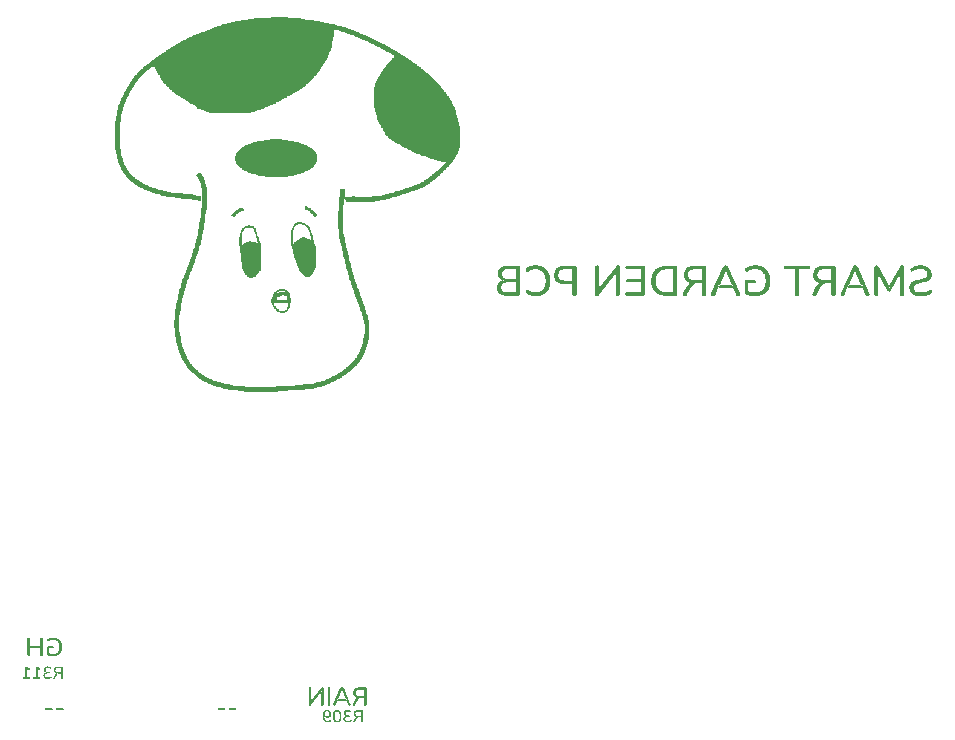
<source format=gbo>
G04*
G04 #@! TF.GenerationSoftware,Altium Limited,Altium Designer,24.1.2 (44)*
G04*
G04 Layer_Color=32896*
%FSLAX44Y44*%
%MOMM*%
G71*
G04*
G04 #@! TF.SameCoordinates,E654AB1A-9A9C-4F51-8A7F-7F7880494425*
G04*
G04*
G04 #@! TF.FilePolarity,Positive*
G04*
G01*
G75*
G36*
X347591Y503104D02*
X352712D01*
Y502592D01*
X355784D01*
Y502080D01*
X357833D01*
Y501568D01*
X359881D01*
Y501056D01*
X361930D01*
Y500544D01*
X363466D01*
Y500032D01*
X365002D01*
Y499520D01*
X366026D01*
Y499008D01*
X367563D01*
Y498495D01*
X368587D01*
Y497983D01*
X369099D01*
Y497471D01*
X370123D01*
Y496959D01*
X371147D01*
Y496447D01*
X371659D01*
Y495935D01*
X372684D01*
Y495423D01*
X373196D01*
Y494911D01*
X373708D01*
Y494399D01*
X374220D01*
Y493887D01*
X374732D01*
Y493374D01*
X375244D01*
Y492862D01*
X375756D01*
Y491838D01*
X376268D01*
Y490814D01*
X376780D01*
Y489278D01*
X377292D01*
Y485693D01*
X376780D01*
Y484157D01*
X376268D01*
Y483133D01*
X375756D01*
Y482621D01*
X375244D01*
Y481596D01*
X374732D01*
Y481084D01*
X374220D01*
Y480572D01*
X373708D01*
Y480060D01*
X373196D01*
Y479548D01*
X372171D01*
Y479036D01*
X371659D01*
Y478524D01*
X371147D01*
Y478012D01*
X370123D01*
Y477500D01*
X369099D01*
Y476987D01*
X368075D01*
Y476475D01*
X367051D01*
Y475963D01*
X366026D01*
Y475451D01*
X365002D01*
Y474939D01*
X363466D01*
Y474427D01*
X361930D01*
Y473915D01*
X359881D01*
Y473403D01*
X357833D01*
Y472891D01*
X355272D01*
Y472379D01*
X352200D01*
Y471866D01*
X347079D01*
Y471354D01*
X337861D01*
Y471866D01*
X332740D01*
Y472379D01*
X329155D01*
Y472891D01*
X327107D01*
Y473403D01*
X325059D01*
Y473915D01*
X323010D01*
Y474427D01*
X321474D01*
Y474939D01*
X319938D01*
Y475451D01*
X318913D01*
Y475963D01*
X317377D01*
Y476475D01*
X316353D01*
Y476987D01*
X315329D01*
Y477500D01*
X314817D01*
Y478012D01*
X313792D01*
Y478524D01*
X313280D01*
Y479036D01*
X312256D01*
Y479548D01*
X311744D01*
Y480060D01*
X311232D01*
Y480572D01*
X310720D01*
Y481084D01*
X310208D01*
Y481596D01*
X309696D01*
Y482108D01*
X309184D01*
Y483133D01*
X308671D01*
Y483645D01*
X308159D01*
Y485181D01*
X307647D01*
Y485693D01*
Y486205D01*
Y489790D01*
X308159D01*
Y491326D01*
X308671D01*
Y491838D01*
X309184D01*
Y492862D01*
X309696D01*
Y493374D01*
X310208D01*
Y493887D01*
X310720D01*
Y494399D01*
X311232D01*
Y494911D01*
X311744D01*
Y495423D01*
X312256D01*
Y495935D01*
X313280D01*
Y496447D01*
X313792D01*
Y496959D01*
X314817D01*
Y497471D01*
X315329D01*
Y497983D01*
X316353D01*
Y498495D01*
X317377D01*
Y499008D01*
X318913D01*
Y499520D01*
X319938D01*
Y500032D01*
X321474D01*
Y500544D01*
X323010D01*
Y501056D01*
X324546D01*
Y501568D01*
X326595D01*
Y502080D01*
X329155D01*
Y502592D01*
X332228D01*
Y503104D01*
X337349D01*
Y503616D01*
X347591D01*
Y503104D01*
D02*
G37*
G36*
X352200Y606548D02*
X358857D01*
Y606036D01*
X363466D01*
Y605524D01*
X367051D01*
Y605012D01*
X370635D01*
Y604500D01*
X374220D01*
Y603987D01*
X377292D01*
Y603475D01*
X379853D01*
Y602963D01*
X382925D01*
Y602451D01*
X385486D01*
Y601939D01*
X387534D01*
Y601427D01*
X390095D01*
Y600915D01*
X392143D01*
Y600403D01*
X394192D01*
Y599891D01*
X396240D01*
Y599379D01*
X397776D01*
Y598866D01*
X399825D01*
Y598354D01*
X401361D01*
Y597842D01*
X402897D01*
Y597330D01*
X404434D01*
Y596818D01*
X405970D01*
Y596306D01*
X407506D01*
Y595794D01*
X408530D01*
Y595282D01*
X410067D01*
Y594770D01*
X411091D01*
Y594258D01*
X412627D01*
Y593745D01*
X413651D01*
Y593233D01*
X414675D01*
Y592721D01*
X416212D01*
Y592209D01*
X417236D01*
Y591697D01*
X418260D01*
Y591185D01*
X419796D01*
Y590673D01*
X420821D01*
Y590161D01*
X421845D01*
Y589649D01*
X422869D01*
Y589137D01*
X423893D01*
Y588624D01*
X424917D01*
Y588112D01*
X425942D01*
Y587600D01*
X426966D01*
Y587088D01*
X427990D01*
Y586576D01*
X429014D01*
Y586064D01*
X430038D01*
Y585552D01*
X431063D01*
Y585040D01*
X432087D01*
Y584528D01*
X433111D01*
Y584016D01*
X434135D01*
Y583504D01*
X435159D01*
Y582991D01*
X436184D01*
Y582479D01*
X437208D01*
Y581967D01*
X437720D01*
Y581455D01*
X438744D01*
Y580943D01*
X439768D01*
Y580431D01*
X440792D01*
Y579919D01*
X441305D01*
Y579407D01*
X442329D01*
Y578895D01*
X443353D01*
Y578383D01*
X444377D01*
Y577870D01*
X444889D01*
Y577358D01*
X445913D01*
Y576846D01*
X446426D01*
Y576334D01*
X447450D01*
Y575822D01*
X448474D01*
Y575310D01*
X448986D01*
Y574798D01*
X450010D01*
Y574286D01*
X450522D01*
Y573774D01*
X451546D01*
Y573262D01*
X452571D01*
Y572749D01*
X453083D01*
Y572237D01*
X454107D01*
Y571725D01*
X454619D01*
Y571213D01*
X455643D01*
Y570701D01*
X456155D01*
Y570189D01*
X456667D01*
Y569677D01*
X457692D01*
Y569165D01*
X458204D01*
Y568653D01*
X459228D01*
Y568141D01*
X459740D01*
Y567629D01*
X460252D01*
Y567116D01*
X461276D01*
Y566604D01*
X461788D01*
Y566092D01*
X462813D01*
Y565580D01*
X463325D01*
Y565068D01*
X463837D01*
Y564556D01*
X464861D01*
Y564044D01*
X465373D01*
Y563532D01*
X465885D01*
Y563020D01*
X466397D01*
Y562508D01*
X467421D01*
Y561996D01*
X467934D01*
Y561483D01*
X468446D01*
Y560971D01*
X468958D01*
Y560459D01*
X469470D01*
Y559947D01*
X470494D01*
Y559435D01*
X471006D01*
Y558923D01*
X471518D01*
Y558411D01*
X472030D01*
Y557899D01*
X472542D01*
Y557387D01*
X473055D01*
Y556875D01*
X473567D01*
Y556362D01*
X474079D01*
Y555850D01*
X474591D01*
Y555338D01*
X475103D01*
Y554826D01*
X475615D01*
Y554314D01*
X476127D01*
Y553802D01*
X476639D01*
Y553290D01*
X477151D01*
Y552778D01*
X477663D01*
Y552266D01*
X478176D01*
Y551754D01*
X478688D01*
Y551241D01*
X479200D01*
Y550729D01*
X479712D01*
Y550217D01*
X480224D01*
Y549705D01*
X480736D01*
Y549193D01*
X481248D01*
Y548681D01*
X481760D01*
Y548169D01*
X482272D01*
Y547145D01*
X482784D01*
Y546633D01*
X483296D01*
Y546120D01*
X483809D01*
Y545608D01*
X484321D01*
Y544584D01*
X484833D01*
Y544072D01*
X485345D01*
Y543560D01*
X485857D01*
Y543048D01*
X486369D01*
Y542024D01*
X486881D01*
Y541512D01*
X487393D01*
Y540487D01*
X487905D01*
Y539975D01*
X488417D01*
Y538951D01*
X488929D01*
Y538439D01*
X489442D01*
Y537415D01*
X489954D01*
Y536903D01*
X490466D01*
Y535879D01*
X490978D01*
Y534854D01*
X491490D01*
Y533830D01*
X492002D01*
Y532806D01*
X492514D01*
Y531782D01*
X493026D01*
Y530758D01*
X493538D01*
Y529733D01*
X494050D01*
Y528197D01*
X494563D01*
Y526149D01*
X495075D01*
Y524100D01*
X495587D01*
Y522052D01*
X496099D01*
Y520004D01*
X496611D01*
Y517955D01*
X497123D01*
Y514883D01*
X497635D01*
Y511298D01*
X498147D01*
Y498495D01*
X497635D01*
Y495935D01*
X497123D01*
Y493887D01*
X496611D01*
Y492350D01*
X496099D01*
Y491326D01*
X495587D01*
Y490302D01*
X495075D01*
Y489278D01*
X494563D01*
Y488254D01*
X494050D01*
Y487741D01*
X493538D01*
Y486717D01*
X493026D01*
Y486205D01*
X492514D01*
Y485693D01*
X492002D01*
Y484669D01*
X491490D01*
Y484157D01*
X490978D01*
Y483645D01*
X490466D01*
Y482621D01*
X489954D01*
Y482108D01*
X489442D01*
Y481596D01*
X488929D01*
Y481084D01*
X488417D01*
Y480572D01*
X487905D01*
Y480060D01*
X487393D01*
Y479548D01*
X486881D01*
Y479036D01*
X486369D01*
Y478524D01*
X485857D01*
Y478012D01*
X485345D01*
Y477500D01*
X484833D01*
Y476987D01*
X484321D01*
Y476475D01*
X483809D01*
Y475963D01*
X483296D01*
Y475451D01*
X482784D01*
Y474939D01*
X482272D01*
Y474427D01*
X481760D01*
Y473915D01*
X481248D01*
Y473403D01*
X480736D01*
Y472891D01*
X480224D01*
Y472379D01*
X479712D01*
Y471866D01*
X478688D01*
Y471354D01*
X478176D01*
Y470842D01*
X477663D01*
Y470330D01*
X477151D01*
Y469818D01*
X476639D01*
Y469306D01*
X475615D01*
Y468794D01*
X475103D01*
Y468282D01*
X474591D01*
Y467770D01*
X473567D01*
Y467258D01*
X473055D01*
Y466745D01*
X472542D01*
Y466233D01*
X471518D01*
Y465721D01*
X471006D01*
Y465209D01*
X469982D01*
Y464697D01*
X469470D01*
Y464185D01*
X468446D01*
Y463673D01*
X467421D01*
Y463161D01*
X466909D01*
Y462649D01*
X465373D01*
Y462137D01*
X463837D01*
Y461624D01*
X462813D01*
Y461112D01*
X461276D01*
Y460600D01*
X459740D01*
Y460088D01*
X458204D01*
Y459576D01*
X456667D01*
Y459064D01*
X455131D01*
Y458552D01*
X453595D01*
Y458040D01*
X452059D01*
Y457528D01*
X450522D01*
Y457016D01*
X448986D01*
Y456504D01*
X447450D01*
Y455991D01*
X445913D01*
Y455479D01*
X444377D01*
Y454967D01*
X442329D01*
Y454455D01*
X440792D01*
Y453943D01*
X438744D01*
Y453431D01*
X437208D01*
Y452919D01*
X435159D01*
Y452407D01*
X432599D01*
Y451895D01*
X430038D01*
Y451383D01*
X426454D01*
Y450871D01*
X402897D01*
Y450358D01*
X401873D01*
Y451383D01*
X401361D01*
Y452407D01*
X400849D01*
Y452919D01*
X400337D01*
Y453431D01*
X399825D01*
Y448310D01*
X399313D01*
Y440116D01*
X398801D01*
Y429874D01*
X399313D01*
Y423729D01*
X399825D01*
Y420657D01*
X400337D01*
Y418608D01*
X400849D01*
Y416048D01*
X401361D01*
Y413999D01*
X401873D01*
Y411951D01*
X402385D01*
Y409391D01*
X402897D01*
Y407342D01*
X403409D01*
Y405294D01*
X403921D01*
Y402733D01*
X404434D01*
Y400685D01*
X404946D01*
Y398637D01*
X405458D01*
Y396588D01*
X405970D01*
Y394540D01*
X406482D01*
Y393004D01*
X406994D01*
Y390955D01*
X407506D01*
Y388907D01*
X408018D01*
Y387370D01*
X408530D01*
Y385322D01*
X409042D01*
Y383786D01*
X409554D01*
Y382762D01*
X410067D01*
Y381225D01*
X410579D01*
Y379689D01*
X411091D01*
Y378153D01*
X411603D01*
Y376616D01*
X412115D01*
Y375080D01*
X412627D01*
Y374056D01*
X413139D01*
Y372520D01*
X413651D01*
Y370983D01*
X414163D01*
Y369447D01*
X414675D01*
Y367911D01*
X415188D01*
Y366375D01*
X415700D01*
Y365350D01*
X416212D01*
Y363814D01*
X416724D01*
Y362278D01*
X417236D01*
Y360741D01*
X417748D01*
Y359205D01*
X418260D01*
Y357669D01*
X418772D01*
Y356133D01*
X419284D01*
Y354596D01*
X419796D01*
Y353060D01*
X420309D01*
Y351012D01*
X420821D01*
Y348451D01*
X421333D01*
Y337697D01*
X420821D01*
Y334112D01*
X420309D01*
Y331552D01*
X419796D01*
Y330016D01*
X419284D01*
Y327967D01*
X418772D01*
Y326431D01*
X418260D01*
Y325407D01*
X417748D01*
Y323871D01*
X417236D01*
Y322846D01*
X416724D01*
Y321310D01*
X416212D01*
Y320286D01*
X415700D01*
Y319262D01*
X415188D01*
Y318750D01*
X414675D01*
Y317725D01*
X414163D01*
Y316701D01*
X413651D01*
Y316189D01*
X413139D01*
Y315165D01*
X412627D01*
Y314653D01*
X412115D01*
Y314141D01*
X411603D01*
Y313629D01*
X411091D01*
Y312604D01*
X410579D01*
Y312092D01*
X410067D01*
Y311580D01*
X409554D01*
Y311068D01*
X409042D01*
Y310556D01*
X408018D01*
Y310044D01*
X407506D01*
Y309532D01*
X406994D01*
Y309020D01*
X406482D01*
Y308508D01*
X405970D01*
Y307995D01*
X405458D01*
Y307483D01*
X404946D01*
Y306971D01*
X403921D01*
Y306459D01*
X403409D01*
Y305947D01*
X402897D01*
Y305435D01*
X402385D01*
Y304923D01*
X401361D01*
Y304411D01*
X400849D01*
Y303899D01*
X399825D01*
Y303387D01*
X399313D01*
Y302875D01*
X398288D01*
Y302362D01*
X397776D01*
Y301850D01*
X396752D01*
Y301338D01*
X396240D01*
Y300826D01*
X395216D01*
Y300314D01*
X394192D01*
Y299802D01*
X393167D01*
Y299290D01*
X392143D01*
Y298778D01*
X391119D01*
Y298266D01*
X390095D01*
Y297754D01*
X389071D01*
Y297241D01*
X388046D01*
Y296729D01*
X387022D01*
Y296217D01*
X385486D01*
Y295705D01*
X383950D01*
Y295193D01*
X382413D01*
Y294681D01*
X380877D01*
Y294169D01*
X379341D01*
Y293657D01*
X377292D01*
Y293145D01*
X374732D01*
Y292633D01*
X371659D01*
Y292120D01*
X367051D01*
Y291608D01*
X360393D01*
Y291096D01*
X352712D01*
Y290584D01*
X344006D01*
Y290072D01*
X332228D01*
Y289560D01*
X319426D01*
Y290072D01*
X315329D01*
Y290584D01*
X309696D01*
Y291096D01*
X305599D01*
Y291608D01*
X302014D01*
Y292120D01*
X299454D01*
Y292633D01*
X297405D01*
Y293145D01*
X295357D01*
Y293657D01*
X293309D01*
Y294169D01*
X291772D01*
Y294681D01*
X290236D01*
Y295193D01*
X288700D01*
Y295705D01*
X287163D01*
Y296217D01*
X286139D01*
Y296729D01*
X284603D01*
Y297241D01*
X283579D01*
Y297754D01*
X282554D01*
Y298266D01*
X281530D01*
Y298778D01*
X280506D01*
Y299290D01*
X279994D01*
Y299802D01*
X278970D01*
Y300314D01*
X277946D01*
Y300826D01*
X277434D01*
Y301338D01*
X276921D01*
Y301850D01*
X275897D01*
Y302362D01*
X275385D01*
Y302875D01*
X274873D01*
Y303387D01*
X274361D01*
Y303899D01*
X273849D01*
Y304411D01*
X273337D01*
Y304923D01*
X272825D01*
Y305435D01*
X271800D01*
Y305947D01*
X271288D01*
Y306459D01*
X270776D01*
Y306971D01*
X270264D01*
Y307483D01*
X269752D01*
Y307995D01*
X269240D01*
Y308508D01*
X268728D01*
Y309020D01*
X268216D01*
Y309532D01*
X267704D01*
Y310044D01*
X267192D01*
Y311068D01*
X266679D01*
Y311580D01*
X266167D01*
Y312604D01*
X265655D01*
Y313116D01*
X265143D01*
Y314141D01*
X264631D01*
Y314653D01*
X264119D01*
Y315677D01*
X263607D01*
Y316701D01*
X263095D01*
Y317725D01*
X262583D01*
Y318750D01*
X262071D01*
Y319774D01*
X261559D01*
Y320798D01*
X261046D01*
Y322334D01*
X260534D01*
Y323871D01*
X260022D01*
Y325407D01*
X259510D01*
Y326943D01*
X258998D01*
Y328991D01*
X258486D01*
Y331040D01*
X257974D01*
Y333600D01*
X257462D01*
Y336673D01*
X256950D01*
Y340258D01*
X256438D01*
Y343842D01*
X255926D01*
Y350499D01*
X256438D01*
Y356133D01*
X256950D01*
Y359717D01*
X257462D01*
Y362790D01*
X257974D01*
Y365350D01*
X258486D01*
Y367911D01*
X258998D01*
Y369959D01*
X259510D01*
Y372520D01*
X260022D01*
Y374568D01*
X260534D01*
Y376616D01*
X261046D01*
Y378153D01*
X261559D01*
Y380201D01*
X262071D01*
Y381737D01*
X262583D01*
Y383786D01*
X263095D01*
Y385322D01*
X263607D01*
Y386346D01*
X264119D01*
Y387883D01*
X264631D01*
Y388907D01*
X265143D01*
Y390443D01*
X265655D01*
Y391979D01*
X266167D01*
Y393004D01*
X266679D01*
Y394540D01*
X267192D01*
Y395564D01*
X267704D01*
Y397100D01*
X268216D01*
Y398637D01*
X268728D01*
Y400173D01*
X269240D01*
Y401197D01*
X269752D01*
Y402733D01*
X270264D01*
Y404270D01*
X270776D01*
Y405806D01*
X271288D01*
Y407342D01*
X271800D01*
Y408879D01*
X272313D01*
Y410415D01*
X272825D01*
Y411951D01*
X273337D01*
Y413487D01*
X273849D01*
Y415536D01*
X274361D01*
Y417072D01*
X274873D01*
Y419120D01*
X275385D01*
Y421681D01*
X275897D01*
Y424754D01*
X276409D01*
Y427826D01*
X276921D01*
Y430387D01*
X277434D01*
Y433971D01*
X277946D01*
Y437044D01*
X278458D01*
Y440629D01*
X278970D01*
Y445237D01*
X279482D01*
Y452407D01*
X279994D01*
Y453431D01*
X279482D01*
Y462137D01*
X278970D01*
Y464697D01*
X278458D01*
Y466745D01*
X277946D01*
Y468282D01*
X277434D01*
Y469306D01*
X276921D01*
Y470330D01*
X276409D01*
Y471354D01*
X275897D01*
Y471866D01*
X275385D01*
Y472379D01*
X274873D01*
Y473403D01*
X275385D01*
Y473915D01*
X275897D01*
Y474427D01*
X276409D01*
Y474939D01*
X277434D01*
Y475451D01*
X278458D01*
Y474939D01*
X278970D01*
Y473915D01*
X279482D01*
Y473403D01*
X279994D01*
Y472379D01*
X280506D01*
Y471354D01*
X281018D01*
Y470330D01*
X281530D01*
Y468794D01*
X282042D01*
Y467258D01*
X282554D01*
Y465721D01*
X283067D01*
Y463161D01*
X283579D01*
Y458552D01*
X284091D01*
Y449846D01*
X283579D01*
Y444213D01*
X283067D01*
Y440116D01*
X282554D01*
Y436020D01*
X282042D01*
Y432947D01*
X281530D01*
Y429874D01*
X281018D01*
Y426802D01*
X280506D01*
Y423729D01*
X279994D01*
Y420657D01*
X279482D01*
Y418608D01*
X278970D01*
Y416560D01*
X278458D01*
Y414512D01*
X277946D01*
Y412975D01*
X277434D01*
Y411439D01*
X276921D01*
Y409391D01*
X276409D01*
Y407854D01*
X275897D01*
Y406318D01*
X275385D01*
Y404782D01*
X274873D01*
Y403246D01*
X274361D01*
Y402221D01*
X273849D01*
Y400685D01*
X273337D01*
Y399149D01*
X272825D01*
Y397612D01*
X272313D01*
Y396076D01*
X271800D01*
Y395052D01*
X271288D01*
Y393516D01*
X270776D01*
Y391979D01*
X270264D01*
Y390955D01*
X269752D01*
Y389419D01*
X269240D01*
Y388395D01*
X268728D01*
Y386858D01*
X268216D01*
Y385322D01*
X267704D01*
Y384298D01*
X267192D01*
Y382762D01*
X266679D01*
Y381225D01*
X266167D01*
Y379177D01*
X265655D01*
Y377641D01*
X265143D01*
Y375592D01*
X264631D01*
Y373544D01*
X264119D01*
Y371496D01*
X263607D01*
Y369447D01*
X263095D01*
Y366887D01*
X262583D01*
Y364838D01*
X262071D01*
Y361766D01*
X261559D01*
Y358693D01*
X261046D01*
Y355108D01*
X260534D01*
Y340770D01*
X261046D01*
Y337185D01*
X261559D01*
Y334112D01*
X262071D01*
Y331552D01*
X262583D01*
Y329504D01*
X263095D01*
Y327967D01*
X263607D01*
Y325919D01*
X264119D01*
Y324383D01*
X264631D01*
Y323358D01*
X265143D01*
Y321822D01*
X265655D01*
Y320798D01*
X266167D01*
Y319774D01*
X266679D01*
Y318750D01*
X267192D01*
Y317725D01*
X267704D01*
Y316701D01*
X268216D01*
Y316189D01*
X268728D01*
Y315165D01*
X269240D01*
Y314653D01*
X269752D01*
Y313629D01*
X270264D01*
Y313116D01*
X270776D01*
Y312604D01*
X271288D01*
Y312092D01*
X271800D01*
Y311068D01*
X272313D01*
Y310556D01*
X272825D01*
Y310044D01*
X273337D01*
Y309532D01*
X274361D01*
Y309020D01*
X274873D01*
Y308508D01*
X275385D01*
Y307995D01*
X275897D01*
Y307483D01*
X276409D01*
Y306971D01*
X276921D01*
Y306459D01*
X277434D01*
Y305947D01*
X277946D01*
Y305435D01*
X278970D01*
Y304923D01*
X279482D01*
Y304411D01*
X279994D01*
Y303899D01*
X281018D01*
Y303387D01*
X282042D01*
Y302875D01*
X282554D01*
Y302362D01*
X283579D01*
Y301850D01*
X284603D01*
Y301338D01*
X285627D01*
Y300826D01*
X287163D01*
Y300314D01*
X288188D01*
Y299802D01*
X289212D01*
Y299290D01*
X290748D01*
Y298778D01*
X292284D01*
Y298266D01*
X294333D01*
Y297754D01*
X295869D01*
Y297241D01*
X297917D01*
Y296729D01*
X300478D01*
Y296217D01*
X303038D01*
Y295705D01*
X306111D01*
Y295193D01*
X310720D01*
Y294681D01*
X315841D01*
Y294169D01*
X322498D01*
Y293657D01*
X327107D01*
Y294169D01*
X341958D01*
Y294681D01*
X350663D01*
Y295193D01*
X358345D01*
Y295705D01*
X365514D01*
Y296217D01*
X370635D01*
Y296729D01*
X374220D01*
Y297241D01*
X376268D01*
Y297754D01*
X378317D01*
Y298266D01*
X380365D01*
Y298778D01*
X381901D01*
Y299290D01*
X383438D01*
Y299802D01*
X384462D01*
Y300314D01*
X385998D01*
Y300826D01*
X387022D01*
Y301338D01*
X388046D01*
Y301850D01*
X389071D01*
Y302362D01*
X390095D01*
Y302875D01*
X391119D01*
Y303387D01*
X392143D01*
Y303899D01*
X393167D01*
Y304411D01*
X393680D01*
Y304923D01*
X394704D01*
Y305435D01*
X395728D01*
Y305947D01*
X396240D01*
Y306459D01*
X397264D01*
Y306971D01*
X397776D01*
Y307483D01*
X398801D01*
Y307995D01*
X399313D01*
Y308508D01*
X399825D01*
Y309020D01*
X400849D01*
Y309532D01*
X401361D01*
Y310044D01*
X401873D01*
Y310556D01*
X402385D01*
Y311068D01*
X403409D01*
Y311580D01*
X403921D01*
Y312092D01*
X404434D01*
Y312604D01*
X404946D01*
Y313116D01*
X405458D01*
Y313629D01*
X405970D01*
Y314141D01*
X406482D01*
Y314653D01*
X406994D01*
Y315165D01*
X407506D01*
Y315677D01*
X408018D01*
Y316189D01*
X408530D01*
Y316701D01*
X409042D01*
Y317213D01*
X409554D01*
Y318237D01*
X410067D01*
Y318750D01*
X410579D01*
Y319774D01*
X411091D01*
Y320798D01*
X411603D01*
Y321822D01*
X412115D01*
Y322846D01*
X412627D01*
Y323871D01*
X413139D01*
Y324895D01*
X413651D01*
Y325919D01*
X414163D01*
Y327455D01*
X414675D01*
Y328991D01*
X415188D01*
Y330528D01*
X415700D01*
Y332576D01*
X416212D01*
Y335137D01*
X416724D01*
Y338721D01*
X417236D01*
Y347427D01*
X416724D01*
Y350499D01*
X416212D01*
Y352548D01*
X415700D01*
Y354084D01*
X415188D01*
Y355620D01*
X414675D01*
Y357157D01*
X414163D01*
Y358181D01*
X413651D01*
Y359717D01*
X413139D01*
Y361254D01*
X412627D01*
Y362790D01*
X412115D01*
Y364326D01*
X411603D01*
Y365862D01*
X411091D01*
Y367399D01*
X410579D01*
Y368423D01*
X410067D01*
Y369959D01*
X409554D01*
Y371496D01*
X409042D01*
Y373032D01*
X408530D01*
Y374568D01*
X408018D01*
Y376104D01*
X407506D01*
Y377641D01*
X406994D01*
Y378665D01*
X406482D01*
Y380201D01*
X405970D01*
Y381737D01*
X405458D01*
Y383274D01*
X404946D01*
Y384810D01*
X404434D01*
Y386346D01*
X403921D01*
Y388395D01*
X403409D01*
Y389931D01*
X402897D01*
Y391979D01*
X402385D01*
Y394028D01*
X401873D01*
Y396076D01*
X401361D01*
Y398125D01*
X400849D01*
Y400173D01*
X400337D01*
Y402221D01*
X399825D01*
Y404270D01*
X399313D01*
Y406318D01*
X398801D01*
Y408879D01*
X398288D01*
Y410927D01*
X397776D01*
Y412975D01*
X397264D01*
Y415536D01*
X396752D01*
Y417584D01*
X396240D01*
Y419633D01*
X395728D01*
Y422705D01*
X395216D01*
Y427826D01*
X394704D01*
Y442677D01*
X395216D01*
Y449334D01*
X395728D01*
Y454455D01*
X396240D01*
Y458040D01*
X396752D01*
Y461624D01*
X400337D01*
Y461112D01*
X400849D01*
Y457528D01*
X400337D01*
Y453943D01*
X400849D01*
Y454455D01*
X402385D01*
Y454967D01*
X406482D01*
Y455479D01*
X409554D01*
Y454967D01*
X423381D01*
Y455479D01*
X429526D01*
Y455991D01*
X432087D01*
Y456504D01*
X434135D01*
Y457016D01*
X436184D01*
Y457528D01*
X438232D01*
Y458040D01*
X439768D01*
Y458552D01*
X441817D01*
Y459064D01*
X443353D01*
Y459576D01*
X444889D01*
Y460088D01*
X446938D01*
Y460600D01*
X448474D01*
Y461112D01*
X450010D01*
Y461624D01*
X451546D01*
Y462137D01*
X453083D01*
Y462649D01*
X454619D01*
Y463161D01*
X456155D01*
Y463673D01*
X457179D01*
Y464185D01*
X458716D01*
Y464697D01*
X460252D01*
Y465209D01*
X461788D01*
Y465721D01*
X463325D01*
Y466233D01*
X464349D01*
Y466745D01*
X465373D01*
Y467258D01*
X466397D01*
Y467770D01*
X467421D01*
Y468282D01*
X467934D01*
Y468794D01*
X468958D01*
Y469306D01*
X469470D01*
Y469818D01*
X469982D01*
Y470330D01*
X471006D01*
Y470842D01*
X471518D01*
Y471354D01*
X472030D01*
Y471866D01*
X473055D01*
Y472379D01*
X473567D01*
Y472891D01*
X474079D01*
Y473403D01*
X474591D01*
Y473915D01*
X475615D01*
Y474427D01*
X476127D01*
Y474939D01*
X476639D01*
Y475451D01*
X477151D01*
Y475963D01*
X477663D01*
Y476475D01*
X478176D01*
Y476987D01*
X479200D01*
Y477500D01*
X479712D01*
Y478012D01*
X480224D01*
Y478524D01*
X480736D01*
Y479036D01*
X481248D01*
Y479548D01*
X481760D01*
Y480060D01*
X482272D01*
Y480572D01*
X482784D01*
Y481084D01*
X483296D01*
Y481596D01*
X483809D01*
Y482108D01*
X484321D01*
Y482621D01*
X484833D01*
Y483133D01*
X485345D01*
Y483645D01*
X485857D01*
Y484157D01*
X484321D01*
Y484669D01*
X482272D01*
Y485181D01*
X479712D01*
Y485693D01*
X478176D01*
Y486205D01*
X475615D01*
Y486717D01*
X473567D01*
Y487229D01*
X472542D01*
Y487741D01*
X471006D01*
Y488254D01*
X469470D01*
Y488766D01*
X468958D01*
Y489278D01*
X466909D01*
Y489790D01*
X465373D01*
Y490302D01*
X463837D01*
Y490814D01*
X462300D01*
Y491326D01*
X460764D01*
Y491838D01*
X459740D01*
Y492350D01*
X458716D01*
Y492862D01*
X457692D01*
Y493374D01*
X457179D01*
Y493887D01*
X456155D01*
Y494399D01*
X455131D01*
Y494911D01*
X454107D01*
Y495423D01*
X453083D01*
Y495935D01*
X451546D01*
Y496447D01*
X450522D01*
Y496959D01*
X449498D01*
Y497471D01*
X448986D01*
Y497983D01*
X447962D01*
Y498495D01*
X447450D01*
Y499008D01*
X446938D01*
Y499520D01*
X445913D01*
Y500032D01*
X444889D01*
Y500544D01*
X443353D01*
Y501056D01*
X442841D01*
Y501568D01*
X442329D01*
Y502080D01*
X441305D01*
Y502592D01*
X440792D01*
Y503104D01*
X439768D01*
Y503616D01*
X439256D01*
Y504129D01*
X438232D01*
Y504641D01*
X437720D01*
Y505153D01*
X437208D01*
Y505665D01*
X436696D01*
Y506177D01*
X436184D01*
Y506689D01*
X435671D01*
Y507713D01*
X434647D01*
Y508737D01*
X434135D01*
Y509762D01*
X433623D01*
Y510786D01*
X433111D01*
Y511810D01*
X432599D01*
Y512834D01*
X432087D01*
Y513346D01*
X431575D01*
Y514370D01*
X431063D01*
Y515395D01*
X430550D01*
Y516419D01*
X430038D01*
Y516931D01*
X429526D01*
Y517955D01*
X429014D01*
Y518979D01*
X428502D01*
Y520004D01*
X427990D01*
Y521028D01*
X427478D01*
Y524100D01*
X426966D01*
Y526661D01*
X426454D01*
Y527685D01*
X425942D01*
Y530246D01*
X425429D01*
Y536391D01*
X424917D01*
Y545096D01*
X425429D01*
Y547657D01*
X425942D01*
Y549193D01*
X426454D01*
Y551241D01*
X426966D01*
Y552778D01*
X427478D01*
Y554314D01*
X428502D01*
Y555338D01*
X429014D01*
Y556362D01*
X429526D01*
Y557387D01*
X430038D01*
Y558411D01*
X430550D01*
Y558923D01*
X431063D01*
Y559947D01*
X431575D01*
Y560971D01*
X432087D01*
Y561483D01*
X432599D01*
Y562508D01*
X433111D01*
Y563532D01*
X433623D01*
Y564044D01*
X434135D01*
Y564556D01*
X434647D01*
Y565068D01*
X435159D01*
Y565580D01*
X435671D01*
Y566604D01*
X436184D01*
Y567116D01*
X436696D01*
Y567629D01*
X437208D01*
Y568141D01*
X437720D01*
Y568653D01*
X438232D01*
Y569165D01*
X438744D01*
Y570189D01*
X439256D01*
Y570701D01*
X439768D01*
Y571213D01*
X440280D01*
Y571725D01*
X440792D01*
Y572237D01*
X441305D01*
Y572749D01*
X441817D01*
Y573262D01*
X442329D01*
Y573774D01*
X442841D01*
Y574286D01*
X441817D01*
Y574798D01*
X441305D01*
Y575310D01*
X440280D01*
Y575822D01*
X439256D01*
Y576334D01*
X438232D01*
Y576846D01*
X437720D01*
Y577358D01*
X436696D01*
Y577870D01*
X435671D01*
Y578383D01*
X434647D01*
Y578895D01*
X433623D01*
Y579407D01*
X433111D01*
Y579919D01*
X432087D01*
Y580431D01*
X431063D01*
Y580943D01*
X430038D01*
Y581455D01*
X429014D01*
Y581967D01*
X427990D01*
Y582479D01*
X426966D01*
Y582991D01*
X425942D01*
Y583504D01*
X424917D01*
Y584016D01*
X423893D01*
Y584528D01*
X422869D01*
Y585040D01*
X421845D01*
Y585552D01*
X420821D01*
Y586064D01*
X419796D01*
Y586576D01*
X418260D01*
Y587088D01*
X417236D01*
Y587600D01*
X416212D01*
Y588112D01*
X415188D01*
Y588624D01*
X413651D01*
Y589137D01*
X412627D01*
Y589649D01*
X411603D01*
Y590161D01*
X410067D01*
Y590673D01*
X409042D01*
Y591185D01*
X408018D01*
Y591697D01*
X406482D01*
Y592209D01*
X404946D01*
Y592721D01*
X403921D01*
Y593233D01*
X402385D01*
Y593745D01*
X400849D01*
Y594258D01*
X398801D01*
Y594770D01*
X397264D01*
Y595282D01*
X395216D01*
Y595794D01*
X393167D01*
Y596306D01*
X391119D01*
Y590161D01*
X390607D01*
Y586576D01*
X390095D01*
Y582991D01*
X389583D01*
Y580943D01*
X389071D01*
Y579919D01*
X388559D01*
Y578383D01*
X388046D01*
Y577358D01*
X387534D01*
Y575822D01*
X387022D01*
Y574798D01*
X386510D01*
Y573262D01*
X385998D01*
Y572749D01*
X385486D01*
Y571213D01*
X384974D01*
Y570701D01*
X384462D01*
Y570189D01*
X383950D01*
Y568653D01*
X383438D01*
Y568141D01*
X382925D01*
Y567629D01*
X382413D01*
Y567116D01*
X381901D01*
Y566092D01*
X381389D01*
Y565580D01*
X380877D01*
Y564556D01*
X380365D01*
Y563532D01*
X379853D01*
Y563020D01*
X379341D01*
Y561483D01*
X378829D01*
Y560971D01*
X378317D01*
Y560459D01*
X377804D01*
Y559435D01*
X377292D01*
Y558923D01*
X376780D01*
Y558411D01*
X376268D01*
Y557899D01*
X375756D01*
Y557387D01*
X375244D01*
Y556875D01*
X374732D01*
Y556362D01*
X374220D01*
Y555850D01*
X373708D01*
Y555338D01*
X373196D01*
Y554826D01*
X372684D01*
Y553802D01*
X372171D01*
Y553290D01*
X371659D01*
Y552778D01*
X371147D01*
Y552266D01*
X370635D01*
Y551754D01*
X370123D01*
Y551241D01*
X369099D01*
Y550729D01*
X368587D01*
Y550217D01*
X368075D01*
Y549705D01*
X367563D01*
Y549193D01*
X367051D01*
Y548681D01*
X366538D01*
Y548169D01*
X366026D01*
Y547657D01*
X365002D01*
Y547145D01*
X363978D01*
Y546633D01*
X363466D01*
Y546120D01*
X362442D01*
Y545608D01*
X361930D01*
Y545096D01*
X361417D01*
Y544584D01*
X360393D01*
Y544072D01*
X359369D01*
Y543560D01*
X358345D01*
Y543048D01*
X357321D01*
Y542536D01*
X356296D01*
Y542024D01*
X355784D01*
Y541512D01*
X354760D01*
Y540999D01*
X353736D01*
Y540487D01*
X352712D01*
Y539975D01*
X351688D01*
Y538951D01*
X350663D01*
Y538439D01*
X349127D01*
Y537927D01*
X348615D01*
Y537415D01*
X347591D01*
Y536903D01*
X346567D01*
Y536391D01*
X345542D01*
Y535879D01*
X344518D01*
Y535366D01*
X343494D01*
Y534854D01*
X342470D01*
Y534342D01*
X341958D01*
Y533830D01*
X340934D01*
Y533318D01*
X339909D01*
Y532806D01*
X338885D01*
Y532294D01*
X337349D01*
Y531782D01*
X335813D01*
Y531270D01*
X334276D01*
Y530758D01*
X333252D01*
Y530246D01*
X331716D01*
Y529733D01*
X330692D01*
Y529221D01*
X329155D01*
Y528709D01*
X327619D01*
Y528197D01*
X326083D01*
Y527685D01*
X324546D01*
Y527173D01*
X323010D01*
Y526661D01*
X320962D01*
Y526149D01*
X318401D01*
Y525637D01*
X296893D01*
Y526149D01*
X285627D01*
Y526661D01*
X284603D01*
Y527173D01*
X283067D01*
Y527685D01*
X281530D01*
Y528197D01*
X279482D01*
Y528709D01*
X278458D01*
Y529221D01*
X276409D01*
Y529733D01*
X275385D01*
Y530758D01*
X274873D01*
Y531270D01*
X274361D01*
Y531782D01*
X273337D01*
Y532294D01*
X272313D01*
Y532806D01*
X271800D01*
Y533318D01*
X270776D01*
Y533830D01*
X269240D01*
Y534342D01*
X268728D01*
Y534854D01*
X268216D01*
Y535366D01*
X267704D01*
Y535879D01*
X266679D01*
Y536391D01*
X266167D01*
Y536903D01*
X265143D01*
Y537415D01*
X264631D01*
Y537927D01*
X263607D01*
Y538439D01*
X263095D01*
Y538951D01*
X262071D01*
Y539463D01*
X261046D01*
Y539975D01*
X260534D01*
Y540487D01*
X259510D01*
Y540999D01*
X258998D01*
Y541512D01*
X257974D01*
Y542024D01*
X256950D01*
Y542536D01*
X256438D01*
Y543048D01*
X255926D01*
Y543560D01*
X254901D01*
Y544072D01*
X254389D01*
Y544584D01*
X253877D01*
Y545096D01*
X253365D01*
Y545608D01*
X252853D01*
Y546120D01*
X251829D01*
Y547145D01*
X251317D01*
Y547657D01*
X250805D01*
Y548169D01*
X250292D01*
Y548681D01*
X249780D01*
Y549193D01*
X249268D01*
Y549705D01*
X248756D01*
Y550217D01*
X247732D01*
Y550729D01*
X247220D01*
Y551241D01*
X246708D01*
Y552266D01*
X246196D01*
Y553290D01*
X245684D01*
Y553802D01*
X245171D01*
Y554826D01*
X244659D01*
Y555850D01*
X244147D01*
Y556875D01*
X243635D01*
Y557899D01*
X243123D01*
Y558411D01*
X242611D01*
Y558923D01*
X242099D01*
Y559947D01*
X241587D01*
Y561483D01*
X241075D01*
Y562508D01*
X240563D01*
Y563532D01*
X240051D01*
Y564556D01*
X239538D01*
Y565068D01*
X236978D01*
Y564556D01*
X236466D01*
Y564044D01*
X235954D01*
Y563532D01*
X234930D01*
Y563020D01*
X234417D01*
Y562508D01*
X233905D01*
Y561996D01*
X232881D01*
Y561483D01*
X232369D01*
Y560971D01*
X231857D01*
Y560459D01*
X231345D01*
Y559947D01*
X230833D01*
Y559435D01*
X230321D01*
Y558923D01*
X229809D01*
Y558411D01*
X229296D01*
Y557899D01*
X228784D01*
Y557387D01*
X228272D01*
Y556875D01*
X227760D01*
Y556362D01*
X227248D01*
Y555850D01*
X226736D01*
Y555338D01*
X226224D01*
Y554314D01*
X225712D01*
Y553802D01*
X225200D01*
Y553290D01*
X224688D01*
Y552266D01*
X224175D01*
Y551754D01*
X223663D01*
Y551241D01*
X223151D01*
Y550217D01*
X222639D01*
Y549705D01*
X222127D01*
Y548681D01*
X221615D01*
Y547657D01*
X221103D01*
Y547145D01*
X220591D01*
Y546120D01*
X220079D01*
Y545096D01*
X219567D01*
Y544584D01*
X219055D01*
Y543560D01*
X218542D01*
Y542536D01*
X218030D01*
Y541512D01*
X217518D01*
Y540487D01*
X217006D01*
Y539463D01*
X216494D01*
Y538439D01*
X215982D01*
Y537415D01*
X215470D01*
Y536391D01*
X214958D01*
Y534854D01*
X214446D01*
Y533830D01*
X213934D01*
Y532806D01*
X213421D01*
Y531270D01*
X212909D01*
Y529733D01*
X212397D01*
Y527685D01*
X211885D01*
Y525125D01*
X211373D01*
Y522052D01*
X210861D01*
Y518467D01*
X210349D01*
Y512322D01*
X209837D01*
Y500544D01*
X210349D01*
Y495423D01*
X210861D01*
Y492350D01*
X211373D01*
Y489790D01*
X211885D01*
Y487741D01*
X212397D01*
Y486205D01*
X212909D01*
Y484669D01*
X213421D01*
Y483133D01*
X213934D01*
Y482108D01*
X214446D01*
Y481084D01*
X214958D01*
Y480060D01*
X215470D01*
Y479036D01*
X215982D01*
Y478524D01*
X216494D01*
Y477500D01*
X217006D01*
Y476987D01*
X217518D01*
Y475963D01*
X218030D01*
Y475451D01*
X218542D01*
Y474939D01*
X219055D01*
Y474427D01*
X219567D01*
Y473403D01*
X220079D01*
Y472891D01*
X220591D01*
Y472379D01*
X221103D01*
Y471866D01*
X222127D01*
Y471354D01*
X222639D01*
Y470842D01*
X223151D01*
Y470330D01*
X223663D01*
Y469818D01*
X224688D01*
Y469306D01*
X225200D01*
Y468794D01*
X226224D01*
Y468282D01*
X226736D01*
Y467770D01*
X227760D01*
Y467258D01*
X228784D01*
Y466745D01*
X229296D01*
Y466233D01*
X230321D01*
Y465721D01*
X231345D01*
Y465209D01*
X232369D01*
Y464697D01*
X233905D01*
Y464185D01*
X234930D01*
Y463673D01*
X236466D01*
Y463161D01*
X237490D01*
Y462649D01*
X239026D01*
Y462137D01*
X241075D01*
Y461624D01*
X242611D01*
Y461112D01*
X245171D01*
Y460600D01*
X246708D01*
Y460088D01*
X247732D01*
Y459576D01*
X249780D01*
Y459064D01*
X253365D01*
Y458552D01*
X257462D01*
Y458040D01*
X263607D01*
Y457528D01*
X269752D01*
Y457016D01*
X272313D01*
Y456504D01*
X274361D01*
Y455991D01*
X276921D01*
Y455479D01*
X278970D01*
Y452919D01*
X278458D01*
Y451383D01*
X275897D01*
Y451895D01*
X273849D01*
Y452407D01*
X271288D01*
Y452919D01*
X269240D01*
Y453431D01*
X262071D01*
Y453943D01*
X256438D01*
Y454455D01*
X252341D01*
Y454967D01*
X249268D01*
Y455479D01*
X246708D01*
Y455991D01*
X245171D01*
Y456504D01*
X244147D01*
Y457016D01*
X242099D01*
Y457528D01*
X240051D01*
Y458040D01*
X238514D01*
Y458552D01*
X236978D01*
Y459064D01*
X235442D01*
Y459576D01*
X233905D01*
Y460088D01*
X232881D01*
Y460600D01*
X231345D01*
Y461112D01*
X230321D01*
Y461624D01*
X229296D01*
Y462137D01*
X228272D01*
Y462649D01*
X227248D01*
Y463161D01*
X226224D01*
Y463673D01*
X225712D01*
Y464185D01*
X224688D01*
Y464697D01*
X223663D01*
Y465209D01*
X223151D01*
Y465721D01*
X222127D01*
Y466233D01*
X221615D01*
Y466745D01*
X221103D01*
Y467258D01*
X220079D01*
Y467770D01*
X219567D01*
Y468282D01*
X219055D01*
Y468794D01*
X218542D01*
Y469306D01*
X218030D01*
Y469818D01*
X217518D01*
Y470330D01*
X217006D01*
Y470842D01*
X216494D01*
Y471354D01*
X215982D01*
Y471866D01*
X215470D01*
Y472379D01*
X214958D01*
Y473403D01*
X214446D01*
Y473915D01*
X213934D01*
Y474427D01*
X213421D01*
Y475451D01*
X212909D01*
Y475963D01*
X212397D01*
Y476987D01*
X211885D01*
Y478012D01*
X211373D01*
Y479036D01*
X210861D01*
Y480060D01*
X210349D01*
Y481084D01*
X209837D01*
Y482108D01*
X209325D01*
Y483645D01*
X208813D01*
Y485181D01*
X208300D01*
Y487229D01*
X207788D01*
Y489278D01*
X207276D01*
Y491326D01*
X206764D01*
Y494399D01*
X206252D01*
Y499008D01*
X205740D01*
Y514370D01*
X206252D01*
Y519491D01*
X206764D01*
Y523076D01*
X207276D01*
Y526149D01*
X207788D01*
Y528709D01*
X208300D01*
Y530758D01*
X208813D01*
Y532294D01*
X209325D01*
Y533318D01*
X209837D01*
Y534854D01*
X210349D01*
Y535879D01*
X210861D01*
Y537415D01*
X211373D01*
Y538439D01*
X211885D01*
Y539463D01*
X212397D01*
Y540487D01*
X212909D01*
Y541512D01*
X213421D01*
Y542536D01*
X213934D01*
Y543560D01*
X214446D01*
Y544584D01*
X214958D01*
Y545608D01*
X215470D01*
Y546633D01*
X215982D01*
Y547657D01*
X216494D01*
Y548169D01*
X217006D01*
Y549193D01*
X217518D01*
Y550217D01*
X218030D01*
Y550729D01*
X218542D01*
Y551754D01*
X219055D01*
Y552266D01*
X219567D01*
Y553290D01*
X220079D01*
Y553802D01*
X220591D01*
Y554826D01*
X221103D01*
Y555338D01*
X221615D01*
Y555850D01*
X222127D01*
Y556875D01*
X222639D01*
Y557387D01*
X223151D01*
Y557899D01*
X223663D01*
Y558411D01*
X224175D01*
Y558923D01*
X224688D01*
Y559435D01*
X225200D01*
Y560459D01*
X225712D01*
Y560971D01*
X226224D01*
Y561483D01*
X226736D01*
Y561996D01*
X227248D01*
Y562508D01*
X227760D01*
Y563020D01*
X228272D01*
Y563532D01*
X229296D01*
Y564044D01*
X229809D01*
Y564556D01*
X230321D01*
Y565068D01*
X230833D01*
Y565580D01*
X231345D01*
Y566092D01*
X232369D01*
Y566604D01*
X232881D01*
Y567116D01*
X233393D01*
Y567629D01*
X234417D01*
Y568141D01*
X234930D01*
Y568653D01*
X235442D01*
Y569165D01*
X236466D01*
Y569677D01*
X236978D01*
Y570189D01*
X237490D01*
Y570701D01*
X238514D01*
Y571213D01*
X239026D01*
Y571725D01*
X239538D01*
Y572237D01*
X240563D01*
Y572749D01*
X241075D01*
Y573262D01*
X242099D01*
Y573774D01*
X242611D01*
Y574286D01*
X243123D01*
Y574798D01*
X244147D01*
Y575310D01*
X244659D01*
Y575822D01*
X245684D01*
Y576334D01*
X246196D01*
Y576846D01*
X247220D01*
Y577358D01*
X247732D01*
Y577870D01*
X248756D01*
Y578383D01*
X249268D01*
Y578895D01*
X250292D01*
Y579407D01*
X250805D01*
Y579919D01*
X251829D01*
Y580431D01*
X252341D01*
Y580943D01*
X253365D01*
Y581455D01*
X254389D01*
Y581967D01*
X254901D01*
Y582479D01*
X255926D01*
Y582991D01*
X256438D01*
Y583504D01*
X257462D01*
Y584016D01*
X258486D01*
Y584528D01*
X259510D01*
Y585040D01*
X260022D01*
Y585552D01*
X261046D01*
Y586064D01*
X262071D01*
Y586576D01*
X263095D01*
Y587088D01*
X263607D01*
Y587600D01*
X264631D01*
Y588112D01*
X265655D01*
Y588624D01*
X266679D01*
Y589137D01*
X267704D01*
Y589649D01*
X268728D01*
Y590161D01*
X269752D01*
Y590673D01*
X271288D01*
Y591185D01*
X272313D01*
Y591697D01*
X273337D01*
Y592209D01*
X274361D01*
Y592721D01*
X275897D01*
Y593233D01*
X277434D01*
Y593745D01*
X278970D01*
Y594258D01*
X280506D01*
Y594770D01*
X282042D01*
Y595282D01*
X284091D01*
Y595794D01*
X285115D01*
Y596306D01*
X286139D01*
Y596818D01*
X287163D01*
Y597330D01*
X288188D01*
Y597842D01*
X289724D01*
Y598354D01*
X290748D01*
Y598866D01*
X292284D01*
Y599379D01*
X293821D01*
Y599891D01*
X295357D01*
Y600403D01*
X296893D01*
Y600915D01*
X298942D01*
Y601427D01*
X300478D01*
Y601939D01*
X302526D01*
Y602451D01*
X304575D01*
Y602963D01*
X307135D01*
Y603475D01*
X309696D01*
Y603987D01*
X312256D01*
Y604500D01*
X315329D01*
Y605012D01*
X318913D01*
Y605524D01*
X323522D01*
Y606036D01*
X328643D01*
Y606548D01*
X338373D01*
Y607060D01*
X352200D01*
Y606548D01*
D02*
G37*
G36*
X368587Y446262D02*
X369611D01*
Y445750D01*
X370635D01*
Y445237D01*
X371659D01*
Y444725D01*
X372171D01*
Y444213D01*
X372684D01*
Y443701D01*
X373708D01*
Y443189D01*
X374220D01*
Y442677D01*
X374732D01*
Y442165D01*
X375244D01*
Y441653D01*
X375756D01*
Y441141D01*
X376268D01*
Y440116D01*
X376780D01*
Y439092D01*
X376268D01*
Y438580D01*
X375756D01*
Y438068D01*
X374732D01*
Y438580D01*
X374220D01*
Y439092D01*
X373708D01*
Y439604D01*
X373196D01*
Y440116D01*
X372684D01*
Y440629D01*
X372171D01*
Y441141D01*
X371659D01*
Y441653D01*
X371147D01*
Y442165D01*
X370635D01*
Y442677D01*
X370123D01*
Y443189D01*
X369099D01*
Y443701D01*
X368075D01*
Y444213D01*
X366538D01*
Y446774D01*
X368587D01*
Y446262D01*
D02*
G37*
G36*
X314305Y444725D02*
X314817D01*
Y443189D01*
X313280D01*
Y442677D01*
X312256D01*
Y442165D01*
X311232D01*
Y441653D01*
X310208D01*
Y441141D01*
X309696D01*
Y440629D01*
X309184D01*
Y440116D01*
X308671D01*
Y439604D01*
X308159D01*
Y439092D01*
X307647D01*
Y438580D01*
X307135D01*
Y438068D01*
X305599D01*
Y438580D01*
X305087D01*
Y439092D01*
X304575D01*
Y439604D01*
X305087D01*
Y440116D01*
X305599D01*
Y440629D01*
X306111D01*
Y441653D01*
X306623D01*
Y442165D01*
X307647D01*
Y442677D01*
X308159D01*
Y443189D01*
X308671D01*
Y443701D01*
X309696D01*
Y444213D01*
X310208D01*
Y444725D01*
X311232D01*
Y445237D01*
X313280D01*
Y445750D01*
X314305D01*
Y444725D01*
D02*
G37*
G36*
X364490Y432947D02*
X366026D01*
Y432435D01*
X367051D01*
Y431923D01*
X368075D01*
Y431411D01*
X368587D01*
Y430899D01*
X369611D01*
Y429874D01*
X370123D01*
Y429362D01*
X370635D01*
Y428338D01*
X371147D01*
Y426802D01*
X371659D01*
Y425778D01*
X372171D01*
Y425266D01*
Y424754D01*
Y424241D01*
X372684D01*
Y422705D01*
X373196D01*
Y420657D01*
X373708D01*
Y418608D01*
X374220D01*
Y416560D01*
X374732D01*
Y415024D01*
X375244D01*
Y412975D01*
X375756D01*
Y409903D01*
X376268D01*
Y398125D01*
X375756D01*
Y395052D01*
X375244D01*
Y393004D01*
X374732D01*
Y391979D01*
X374220D01*
Y390955D01*
X373708D01*
Y389931D01*
X373196D01*
Y389419D01*
X372684D01*
Y388395D01*
X372171D01*
Y387883D01*
X371147D01*
Y387370D01*
X369611D01*
Y386858D01*
X369099D01*
Y387370D01*
X367051D01*
Y387883D01*
X366026D01*
Y388395D01*
X365514D01*
Y388907D01*
X365002D01*
Y389419D01*
X364490D01*
Y389931D01*
X363978D01*
Y390443D01*
X363466D01*
Y390955D01*
X362954D01*
Y391467D01*
X362442D01*
Y392491D01*
X361930D01*
Y393516D01*
X361417D01*
Y394540D01*
X360905D01*
Y396076D01*
X360393D01*
Y397100D01*
X359881D01*
Y398637D01*
X359369D01*
Y400173D01*
X358857D01*
Y401709D01*
X358345D01*
Y403246D01*
X357833D01*
Y404782D01*
X357321D01*
Y406318D01*
X356809D01*
Y408366D01*
X356296D01*
Y410415D01*
X355784D01*
Y412975D01*
X355272D01*
Y416560D01*
X354760D01*
Y424754D01*
X355272D01*
Y426802D01*
X355784D01*
Y428338D01*
X356296D01*
Y429874D01*
X356809D01*
Y430387D01*
X357321D01*
Y431411D01*
X357833D01*
Y431923D01*
X358345D01*
Y432435D01*
X359369D01*
Y432947D01*
X360393D01*
Y433459D01*
X364490D01*
Y432947D01*
D02*
G37*
G36*
X320450Y430387D02*
X322498D01*
Y429874D01*
X323522D01*
Y429362D01*
X324034D01*
Y428850D01*
X324546D01*
Y428338D01*
X325059D01*
Y426802D01*
X325571D01*
Y425266D01*
X326083D01*
Y423729D01*
X326595D01*
Y422193D01*
X327107D01*
Y420657D01*
X327619D01*
Y419120D01*
X328131D01*
Y417584D01*
X328643D01*
Y416048D01*
X329155D01*
Y410927D01*
X329667D01*
Y393516D01*
X329155D01*
Y392491D01*
X328643D01*
Y391979D01*
X328131D01*
Y390955D01*
X327619D01*
Y390443D01*
X327107D01*
Y389419D01*
X326595D01*
Y388907D01*
X326083D01*
Y388395D01*
X325571D01*
Y387883D01*
X325059D01*
Y387370D01*
X324034D01*
Y386858D01*
X323010D01*
Y386346D01*
X319426D01*
Y386858D01*
X318401D01*
Y387370D01*
X317889D01*
Y387883D01*
X317377D01*
Y388395D01*
X316865D01*
Y388907D01*
X316353D01*
Y389419D01*
X315841D01*
Y390443D01*
X315329D01*
Y390955D01*
X314817D01*
Y391979D01*
X314305D01*
Y394028D01*
X313792D01*
Y396588D01*
X313280D01*
Y397100D01*
Y397612D01*
Y399661D01*
X312768D01*
Y403246D01*
X312256D01*
Y407342D01*
X311744D01*
Y412975D01*
X311232D01*
Y420657D01*
X311744D01*
Y424241D01*
X312256D01*
Y425778D01*
X312768D01*
Y426802D01*
X313280D01*
Y427826D01*
X313792D01*
Y428338D01*
X314305D01*
Y428850D01*
X315329D01*
Y429362D01*
X315841D01*
Y429874D01*
X316865D01*
Y430387D01*
X318401D01*
Y430899D01*
X320450D01*
Y430387D01*
D02*
G37*
G36*
X348103Y376616D02*
X350151D01*
Y376104D01*
X351175D01*
Y375592D01*
X351688D01*
Y375080D01*
X352200D01*
Y374568D01*
X352712D01*
Y374056D01*
X353224D01*
Y373544D01*
X353736D01*
Y372520D01*
X354248D01*
Y369447D01*
X354760D01*
Y364838D01*
X354248D01*
Y361766D01*
X353736D01*
Y360741D01*
X353224D01*
Y359717D01*
X352712D01*
Y358693D01*
X352200D01*
Y358181D01*
X351688D01*
Y357669D01*
X351175D01*
Y357157D01*
X349639D01*
Y356645D01*
X346054D01*
Y357157D01*
X344518D01*
Y357669D01*
X343494D01*
Y358181D01*
X342982D01*
Y358693D01*
X342470D01*
Y359205D01*
X341958D01*
Y359717D01*
X341446D01*
Y360229D01*
X340934D01*
Y360741D01*
X340421D01*
Y361766D01*
X339909D01*
Y362278D01*
X339397D01*
Y363302D01*
X338885D01*
Y365350D01*
X338373D01*
Y368423D01*
X338885D01*
Y370471D01*
X339397D01*
Y371496D01*
X339909D01*
Y372520D01*
X340421D01*
Y373032D01*
X340934D01*
Y374056D01*
X341446D01*
Y374568D01*
X341958D01*
Y375080D01*
X342982D01*
Y375592D01*
X343494D01*
Y376104D01*
X344518D01*
Y376616D01*
X346567D01*
Y377129D01*
X348103D01*
Y376616D01*
D02*
G37*
G36*
X161922Y22069D02*
X162116Y21986D01*
X162255Y21875D01*
X162310Y21847D01*
X162449Y21653D01*
X162532Y21430D01*
X162560Y21264D01*
Y21236D01*
Y21208D01*
X162532Y20958D01*
X162421Y20764D01*
X162338Y20625D01*
X162310Y20570D01*
X162088Y20431D01*
X161866Y20348D01*
X161699Y20320D01*
X156869D01*
X156591Y20348D01*
X156397Y20459D01*
X156286Y20542D01*
X156230Y20570D01*
X156091Y20792D01*
X156008Y20986D01*
X155980Y21153D01*
Y21181D01*
Y21208D01*
X156008Y21486D01*
X156091Y21680D01*
X156202Y21791D01*
X156230Y21847D01*
X156425Y21986D01*
X156647Y22069D01*
X156813Y22097D01*
X161644D01*
X161922Y22069D01*
D02*
G37*
G36*
X152593D02*
X152788Y21986D01*
X152927Y21875D01*
X152982Y21847D01*
X153121Y21653D01*
X153204Y21430D01*
X153232Y21264D01*
Y21236D01*
Y21208D01*
X153204Y20958D01*
X153093Y20764D01*
X153010Y20625D01*
X152982Y20570D01*
X152760Y20431D01*
X152538Y20348D01*
X152371Y20320D01*
X147541D01*
X147263Y20348D01*
X147069Y20459D01*
X146958Y20542D01*
X146902Y20570D01*
X146763Y20792D01*
X146680Y20986D01*
X146652Y21153D01*
Y21181D01*
Y21208D01*
X146680Y21486D01*
X146763Y21680D01*
X146874Y21791D01*
X146902Y21847D01*
X147097Y21986D01*
X147319Y22069D01*
X147485Y22097D01*
X152316D01*
X152593Y22069D01*
D02*
G37*
G36*
X307971D02*
X308166Y21986D01*
X308305Y21875D01*
X308360Y21847D01*
X308499Y21653D01*
X308582Y21430D01*
X308610Y21264D01*
Y21236D01*
Y21208D01*
X308582Y20958D01*
X308471Y20764D01*
X308388Y20625D01*
X308360Y20570D01*
X308138Y20431D01*
X307916Y20348D01*
X307749Y20320D01*
X302919D01*
X302641Y20348D01*
X302447Y20459D01*
X302336Y20542D01*
X302280Y20570D01*
X302141Y20792D01*
X302058Y20986D01*
X302030Y21153D01*
Y21181D01*
Y21208D01*
X302058Y21486D01*
X302141Y21680D01*
X302253Y21791D01*
X302280Y21847D01*
X302475Y21986D01*
X302697Y22069D01*
X302863Y22097D01*
X307694D01*
X307971Y22069D01*
D02*
G37*
G36*
X298643D02*
X298838Y21986D01*
X298976Y21875D01*
X299032Y21847D01*
X299171Y21653D01*
X299254Y21430D01*
X299282Y21264D01*
Y21236D01*
Y21208D01*
X299254Y20958D01*
X299143Y20764D01*
X299060Y20625D01*
X299032Y20570D01*
X298810Y20431D01*
X298588Y20348D01*
X298421Y20320D01*
X293591D01*
X293313Y20348D01*
X293119Y20459D01*
X293008Y20542D01*
X292952Y20570D01*
X292813Y20792D01*
X292730Y20986D01*
X292702Y21153D01*
Y21181D01*
Y21208D01*
X292730Y21486D01*
X292813Y21680D01*
X292924Y21791D01*
X292952Y21847D01*
X293146Y21986D01*
X293369Y22069D01*
X293535Y22097D01*
X298366D01*
X298643Y22069D01*
D02*
G37*
G36*
X872899Y396895D02*
X873270Y396756D01*
X873547Y396617D01*
X873594Y396525D01*
X873640D01*
X873918Y396108D01*
X874056Y395692D01*
Y395507D01*
X874103Y395322D01*
Y395229D01*
Y395183D01*
Y372645D01*
X874010Y372090D01*
X873871Y371673D01*
X873733Y371442D01*
X873640Y371349D01*
X873223Y371118D01*
X872807Y370979D01*
X872622D01*
X872483Y370933D01*
X872344D01*
X871789Y370979D01*
X871419Y371164D01*
X871187Y371303D01*
X871095Y371349D01*
X870863Y371766D01*
X870724Y372182D01*
X870678Y372367D01*
Y372506D01*
Y372599D01*
Y372645D01*
Y389824D01*
X871557Y391434D01*
X870678D01*
Y389824D01*
X863042Y375838D01*
X862811Y375514D01*
X862626Y375237D01*
X862440Y375098D01*
X862394Y375051D01*
X862070Y374912D01*
X861793Y374820D01*
X861561Y374774D01*
X861469D01*
X861052Y374820D01*
X860774Y374912D01*
X860589Y374959D01*
X860543Y375005D01*
X860312Y375237D01*
X860126Y375514D01*
X859988Y375746D01*
X859941Y375838D01*
X852305Y389935D01*
Y391388D01*
X851519D01*
X852305Y389935D01*
Y372645D01*
X852259Y372090D01*
X852074Y371673D01*
X851935Y371442D01*
X851889Y371349D01*
X851472Y371118D01*
X851056Y370979D01*
X850871D01*
X850732Y370933D01*
X850593D01*
X850038Y370979D01*
X849668Y371164D01*
X849436Y371303D01*
X849343Y371349D01*
X849112Y371766D01*
X848973Y372182D01*
X848927Y372367D01*
Y372506D01*
Y372599D01*
Y372645D01*
Y395183D01*
X849020Y395784D01*
X849158Y396201D01*
X849297Y396432D01*
X849390Y396525D01*
X849760Y396802D01*
X850130Y396941D01*
X850315Y396987D01*
X850593D01*
X851102Y396941D01*
X851472Y396849D01*
X851704Y396756D01*
X851796Y396710D01*
X852074Y396432D01*
X852305Y396108D01*
X852490Y395831D01*
X852537Y395784D01*
Y395738D01*
X861447Y379091D01*
X870400Y395738D01*
X870678Y396201D01*
X870910Y396479D01*
X871095Y396664D01*
X871187Y396710D01*
X871557Y396895D01*
X871928Y396941D01*
X872205Y396987D01*
X872344D01*
X872899Y396895D01*
D02*
G37*
G36*
X632296D02*
X632713Y396756D01*
X632944Y396571D01*
X633036Y396525D01*
Y396479D01*
X633268Y396062D01*
X633407Y395599D01*
Y395414D01*
X633453Y395229D01*
Y395136D01*
Y395090D01*
Y372691D01*
X633360Y372090D01*
X633222Y371673D01*
X633083Y371442D01*
X632990Y371349D01*
X632574Y371118D01*
X632157Y370979D01*
X631972D01*
X631833Y370933D01*
X631694D01*
X631139Y370979D01*
X630769Y371164D01*
X630537Y371303D01*
X630445Y371349D01*
X630167Y371766D01*
X630028Y372182D01*
X629982Y372367D01*
Y372552D01*
Y372645D01*
Y372691D01*
Y390563D01*
X630815Y391665D01*
X629982D01*
Y390563D01*
X615960Y371997D01*
X615589Y371627D01*
X615312Y371349D01*
X615126Y371210D01*
X615034Y371164D01*
X614710Y371025D01*
X614340Y370979D01*
X614062Y370933D01*
X613970D01*
X613507Y370979D01*
X613136Y371164D01*
X612951Y371303D01*
X612859Y371349D01*
X612627Y371766D01*
X612489Y372182D01*
X612442Y372367D01*
Y372506D01*
Y372599D01*
Y372645D01*
Y395183D01*
X612535Y395738D01*
X612674Y396155D01*
X612813Y396386D01*
X612905Y396479D01*
X613090Y396664D01*
X613275Y396756D01*
X613692Y396941D01*
X613877D01*
X614062Y396987D01*
X614479D01*
X614756Y396895D01*
X615173Y396756D01*
X615404Y396571D01*
X615497Y396525D01*
Y396479D01*
X615774Y396062D01*
X615913Y395645D01*
Y395460D01*
X615960Y395322D01*
Y395229D01*
Y395183D01*
Y377383D01*
X615034Y376162D01*
X615960D01*
Y377383D01*
X629982Y395877D01*
X630306Y396293D01*
X630584Y396571D01*
X630769Y396710D01*
X630815Y396756D01*
X631093Y396895D01*
X631417Y396941D01*
X631694Y396987D01*
X632065D01*
X632296Y396895D01*
D02*
G37*
G36*
X563155Y396987D02*
X564127Y396895D01*
X565007Y396756D01*
X565793Y396571D01*
X566441Y396386D01*
X566904Y396247D01*
X567089Y396201D01*
X567228Y396155D01*
X567274Y396108D01*
X567321D01*
X568153Y395738D01*
X568894Y395322D01*
X569588Y394905D01*
X570144Y394488D01*
X570606Y394118D01*
X570930Y393794D01*
X571115Y393609D01*
X571208Y393517D01*
X571763Y392869D01*
X572226Y392128D01*
X572643Y391434D01*
X573013Y390786D01*
X573244Y390231D01*
X573476Y389768D01*
X573522Y389583D01*
X573568Y389444D01*
X573614Y389398D01*
Y389352D01*
X573892Y388426D01*
X574077Y387500D01*
X574262Y386575D01*
X574355Y385742D01*
X574401Y385001D01*
Y384724D01*
X574448Y384446D01*
Y384215D01*
Y384076D01*
Y383983D01*
Y383937D01*
X574401Y382502D01*
X574216Y381160D01*
X573985Y379957D01*
X573846Y379402D01*
X573707Y378939D01*
X573614Y378476D01*
X573476Y378106D01*
X573337Y377782D01*
X573244Y377458D01*
X573152Y377273D01*
X573059Y377088D01*
X573013Y376995D01*
Y376949D01*
X572411Y375884D01*
X571717Y375005D01*
X571023Y374218D01*
X570329Y373570D01*
X569727Y373061D01*
X569218Y372691D01*
X569033Y372599D01*
X568894Y372506D01*
X568801Y372413D01*
X568755D01*
X567691Y371904D01*
X566534Y371488D01*
X565423Y371210D01*
X564359Y371025D01*
X563896Y370979D01*
X563479Y370933D01*
X563063Y370886D01*
X562739D01*
X562461Y370840D01*
X562091D01*
X561304Y370886D01*
X560518Y370933D01*
X559823Y371025D01*
X559175Y371164D01*
X558620Y371256D01*
X558250Y371349D01*
X557972Y371395D01*
X557880Y371442D01*
X557139Y371673D01*
X556491Y371997D01*
X555890Y372275D01*
X555334Y372552D01*
X554918Y372830D01*
X554640Y373061D01*
X554409Y373200D01*
X554362Y373246D01*
X554039Y373524D01*
X553807Y373848D01*
X553715Y374033D01*
X553668Y374126D01*
X553576Y374542D01*
Y374866D01*
X553622Y375051D01*
Y375144D01*
X553715Y375468D01*
X553900Y375746D01*
X554039Y375931D01*
X554085Y375977D01*
X554362Y376162D01*
X554686Y376255D01*
X554918Y376301D01*
X555010D01*
X555427Y376255D01*
X555797Y376162D01*
X556075Y376023D01*
X556121Y375977D01*
X556167D01*
X557139Y375375D01*
X557602Y375144D01*
X558018Y374959D01*
X558389Y374774D01*
X558713Y374681D01*
X558898Y374635D01*
X558944Y374589D01*
X560055Y374357D01*
X560564Y374265D01*
X561027Y374218D01*
X561443D01*
X561721Y374172D01*
X561998D01*
X563017Y374218D01*
X563896Y374357D01*
X564683Y374542D01*
X565377Y374727D01*
X565932Y374912D01*
X566349Y375098D01*
X566580Y375237D01*
X566673Y375283D01*
X567321Y375746D01*
X567922Y376301D01*
X568385Y376856D01*
X568801Y377365D01*
X569125Y377874D01*
X569357Y378245D01*
X569496Y378522D01*
X569542Y378569D01*
Y378615D01*
X569866Y379494D01*
X570097Y380373D01*
X570282Y381299D01*
X570375Y382132D01*
X570467Y382826D01*
Y383150D01*
X570514Y383428D01*
Y383659D01*
Y383798D01*
Y383891D01*
Y383937D01*
X570467Y385048D01*
X570375Y386112D01*
X570190Y386991D01*
X570005Y387778D01*
X569866Y388426D01*
X569681Y388889D01*
X569635Y389028D01*
X569588Y389166D01*
X569542Y389213D01*
Y389259D01*
X569125Y390046D01*
X568663Y390694D01*
X568200Y391249D01*
X567737Y391712D01*
X567321Y392082D01*
X566997Y392360D01*
X566765Y392499D01*
X566673Y392545D01*
X565932Y392915D01*
X565145Y393193D01*
X564359Y393424D01*
X563618Y393563D01*
X562970Y393655D01*
X562461Y393702D01*
X561998D01*
X560841Y393609D01*
X560332Y393563D01*
X559916Y393470D01*
X559546Y393378D01*
X559222Y393331D01*
X559037Y393239D01*
X558990D01*
X558435Y393054D01*
X557926Y392869D01*
X557509Y392637D01*
X557093Y392452D01*
X556769Y392267D01*
X556538Y392082D01*
X556353Y391989D01*
X556306Y391943D01*
X556075Y391804D01*
X555843Y391665D01*
X555473Y391573D01*
X555196Y391527D01*
X555103D01*
X554733Y391619D01*
X554409Y391712D01*
X554224Y391851D01*
X554177Y391897D01*
X553946Y392174D01*
X553761Y392499D01*
X553715Y392684D01*
X553668Y392776D01*
X553622Y393146D01*
X553668Y393517D01*
X553715Y393748D01*
X553761Y393794D01*
Y393841D01*
X553946Y394211D01*
X554224Y394535D01*
X554455Y394720D01*
X554501Y394812D01*
X554548D01*
X555103Y395183D01*
X555705Y395507D01*
X556306Y395784D01*
X556815Y396016D01*
X557324Y396201D01*
X557695Y396340D01*
X557926Y396386D01*
X557972Y396432D01*
X558018D01*
X558759Y396617D01*
X559453Y396802D01*
X560147Y396895D01*
X560795Y396941D01*
X561304Y396987D01*
X561721Y397034D01*
X562091D01*
X563155Y396987D01*
D02*
G37*
G36*
X749242D02*
X750261Y396895D01*
X751140Y396756D01*
X751927Y396571D01*
X752575Y396386D01*
X753084Y396247D01*
X753269Y396201D01*
X753408Y396155D01*
X753454Y396108D01*
X753500D01*
X754333Y395738D01*
X755074Y395322D01*
X755768Y394905D01*
X756323Y394488D01*
X756786Y394118D01*
X757156Y393794D01*
X757341Y393609D01*
X757434Y393517D01*
X757989Y392869D01*
X758498Y392128D01*
X758915Y391434D01*
X759285Y390786D01*
X759563Y390231D01*
X759748Y389768D01*
X759840Y389583D01*
X759887Y389444D01*
X759933Y389398D01*
Y389352D01*
X760211Y388426D01*
X760396Y387500D01*
X760581Y386575D01*
X760673Y385742D01*
X760720Y385001D01*
Y384677D01*
X760766Y384400D01*
Y384168D01*
Y384030D01*
Y383937D01*
Y383891D01*
X760720Y382456D01*
X760535Y381114D01*
X760303Y379911D01*
X760164Y379355D01*
X760025Y378893D01*
X759933Y378430D01*
X759794Y378060D01*
X759655Y377735D01*
X759563Y377412D01*
X759470Y377226D01*
X759378Y377041D01*
X759331Y376949D01*
Y376903D01*
X758730Y375884D01*
X758036Y374959D01*
X757295Y374218D01*
X756601Y373570D01*
X755953Y373061D01*
X755444Y372691D01*
X755259Y372599D01*
X755120Y372506D01*
X755027Y372413D01*
X754981D01*
X753870Y371904D01*
X752667Y371488D01*
X751464Y371210D01*
X750353Y371025D01*
X749844Y370979D01*
X749381Y370933D01*
X748965Y370886D01*
X748595D01*
X748317Y370840D01*
X747900D01*
X746420Y370886D01*
X745725Y370979D01*
X745124Y371025D01*
X744568Y371118D01*
X744198Y371164D01*
X743920Y371210D01*
X743828D01*
X743041Y371349D01*
X742347Y371534D01*
X741745Y371673D01*
X741190Y371858D01*
X740773Y371951D01*
X740450Y372090D01*
X740218Y372136D01*
X740172Y372182D01*
X739802Y372367D01*
X739570Y372599D01*
X739431Y372784D01*
X739385Y372876D01*
X739246Y373246D01*
X739200Y373617D01*
X739154Y373894D01*
Y373941D01*
Y373987D01*
Y383104D01*
X739200Y383613D01*
X739339Y383983D01*
X739524Y384215D01*
X739570Y384261D01*
X739894Y384492D01*
X740264Y384631D01*
X740542Y384677D01*
X746975D01*
X747484Y384631D01*
X747808Y384492D01*
X748039Y384353D01*
X748132Y384307D01*
X748363Y384030D01*
X748502Y383659D01*
X748548Y383382D01*
Y383335D01*
Y383289D01*
X748502Y382826D01*
X748317Y382502D01*
X748178Y382317D01*
X748132Y382225D01*
X747762Y381993D01*
X747391Y381901D01*
X747114Y381854D01*
X742301D01*
Y374993D01*
X742625Y374866D01*
X743134Y374727D01*
X743596Y374589D01*
X744013Y374496D01*
X744291Y374403D01*
X744476Y374357D01*
X744568D01*
X745725Y374218D01*
X746281Y374126D01*
X746743D01*
X747160Y374080D01*
X747762D01*
X748595Y374126D01*
X749335Y374172D01*
X750076Y374311D01*
X750723Y374450D01*
X751325Y374681D01*
X751927Y374866D01*
X752390Y375098D01*
X752852Y375329D01*
X753269Y375560D01*
X753593Y375792D01*
X753917Y376023D01*
X754148Y376208D01*
X754333Y376347D01*
X754472Y376486D01*
X754518Y376532D01*
X754565Y376579D01*
X754981Y377088D01*
X755305Y377597D01*
X755629Y378198D01*
X755860Y378800D01*
X756277Y380003D01*
X756554Y381160D01*
X756647Y381716D01*
X756693Y382225D01*
X756740Y382687D01*
X756786Y383104D01*
X756832Y383428D01*
Y383659D01*
Y383844D01*
Y383891D01*
X756786Y385001D01*
X756693Y386066D01*
X756508Y386945D01*
X756323Y387732D01*
X756184Y388380D01*
X755999Y388843D01*
X755953Y388981D01*
X755907Y389120D01*
X755860Y389166D01*
Y389213D01*
X755444Y389999D01*
X754981Y390694D01*
X754518Y391249D01*
X754055Y391758D01*
X753593Y392128D01*
X753269Y392360D01*
X753037Y392545D01*
X752945Y392591D01*
X752158Y392961D01*
X751371Y393239D01*
X750585Y393470D01*
X749844Y393609D01*
X749150Y393702D01*
X748641Y393748D01*
X747484D01*
X746836Y393655D01*
X746281Y393609D01*
X745772Y393517D01*
X745355Y393424D01*
X745031Y393378D01*
X744800Y393285D01*
X744753D01*
X744152Y393100D01*
X743596Y392869D01*
X743087Y392637D01*
X742671Y392406D01*
X742301Y392174D01*
X741977Y391989D01*
X741792Y391897D01*
X741745Y391851D01*
X741329Y391665D01*
X741005Y391573D01*
X740773Y391527D01*
X740681D01*
X740357Y391619D01*
X740079Y391804D01*
X739894Y391943D01*
X739848Y391989D01*
X739616Y392267D01*
X739478Y392545D01*
X739431Y392730D01*
X739385Y392822D01*
X739339Y393193D01*
Y393517D01*
X739385Y393702D01*
Y393794D01*
X739524Y394165D01*
X739755Y394442D01*
X739940Y394627D01*
X739987Y394674D01*
X740033D01*
X740681Y395090D01*
X741375Y395507D01*
X742023Y395784D01*
X742625Y396062D01*
X743134Y396247D01*
X743550Y396386D01*
X743828Y396432D01*
X743874Y396479D01*
X743920D01*
X744707Y396664D01*
X745448Y396802D01*
X746188Y396895D01*
X746836Y396987D01*
X747391D01*
X747808Y397034D01*
X748178D01*
X749242Y396987D01*
D02*
G37*
G36*
X680704Y396617D02*
X681166Y396432D01*
X681351Y396340D01*
X681490Y396247D01*
X681537Y396201D01*
X681583Y396155D01*
X681768Y395923D01*
X681861Y395692D01*
X682046Y395229D01*
Y394997D01*
X682092Y394812D01*
Y394720D01*
Y394674D01*
Y373154D01*
X682046Y372830D01*
X681999Y372506D01*
X681814Y372043D01*
X681722Y371904D01*
X681675Y371766D01*
X681583Y371719D01*
Y371673D01*
X681351Y371488D01*
X681120Y371395D01*
X680611Y371210D01*
X680380D01*
X680194Y371164D01*
X673068D01*
X671911Y371210D01*
X670846Y371303D01*
X669874Y371442D01*
X669088Y371581D01*
X668393Y371719D01*
X668116Y371812D01*
X667884Y371858D01*
X667699Y371904D01*
X667560Y371951D01*
X667514Y371997D01*
X667468D01*
X666589Y372321D01*
X665802Y372737D01*
X665108Y373154D01*
X664506Y373524D01*
X663997Y373894D01*
X663627Y374172D01*
X663442Y374357D01*
X663349Y374450D01*
X662747Y375098D01*
X662238Y375746D01*
X661776Y376440D01*
X661405Y377088D01*
X661128Y377643D01*
X660943Y378060D01*
X660850Y378245D01*
X660804Y378383D01*
X660757Y378430D01*
Y378476D01*
X660480Y379402D01*
X660248Y380327D01*
X660109Y381253D01*
X659971Y382132D01*
X659924Y382826D01*
Y383150D01*
X659878Y383428D01*
Y383659D01*
Y383798D01*
Y383891D01*
Y383937D01*
X659924Y385048D01*
X660017Y386112D01*
X660202Y387130D01*
X660434Y388056D01*
X660665Y388889D01*
X660989Y389675D01*
X661266Y390370D01*
X661590Y391018D01*
X661914Y391573D01*
X662238Y392082D01*
X662562Y392452D01*
X662794Y392822D01*
X663025Y393100D01*
X663210Y393285D01*
X663303Y393378D01*
X663349Y393424D01*
X664043Y394026D01*
X664737Y394488D01*
X665524Y394951D01*
X666311Y395322D01*
X667098Y395645D01*
X667931Y395923D01*
X668717Y396108D01*
X669504Y396293D01*
X670198Y396432D01*
X670892Y396525D01*
X671494Y396617D01*
X672049Y396664D01*
X672466Y396710D01*
X680380D01*
X680704Y396617D01*
D02*
G37*
G36*
X653445D02*
X653908Y396432D01*
X654093Y396340D01*
X654232Y396247D01*
X654278Y396201D01*
X654325Y396155D01*
X654510Y395923D01*
X654602Y395692D01*
X654788Y395229D01*
Y394997D01*
X654834Y394812D01*
Y394720D01*
Y394674D01*
Y373154D01*
X654788Y372830D01*
X654741Y372506D01*
X654556Y372043D01*
X654464Y371904D01*
X654417Y371766D01*
X654325Y371719D01*
Y371673D01*
X654093Y371488D01*
X653862Y371395D01*
X653353Y371210D01*
X653121D01*
X652936Y371164D01*
X639562D01*
X639053Y371210D01*
X638682Y371349D01*
X638497Y371488D01*
X638405Y371534D01*
X638173Y371858D01*
X638035Y372228D01*
X637988Y372506D01*
Y372599D01*
Y372645D01*
X638035Y373154D01*
X638173Y373478D01*
X638358Y373709D01*
X638405Y373756D01*
X638775Y373987D01*
X639145Y374126D01*
X639423Y374172D01*
X651224D01*
Y382595D01*
X640349D01*
X639839Y382641D01*
X639469Y382780D01*
X639238Y382919D01*
X639192Y382965D01*
X638960Y383335D01*
X638868Y383705D01*
X638821Y383983D01*
Y384076D01*
Y384122D01*
X638868Y384631D01*
X639006Y384955D01*
X639145Y385186D01*
X639192Y385233D01*
X639515Y385464D01*
X639886Y385603D01*
X640210Y385649D01*
X651224D01*
Y393655D01*
X639562D01*
X639053Y393702D01*
X638682Y393887D01*
X638497Y394026D01*
X638405Y394072D01*
X638173Y394442D01*
X638035Y394812D01*
X637988Y395090D01*
Y395183D01*
Y395229D01*
X638035Y395738D01*
X638173Y396062D01*
X638358Y396293D01*
X638405Y396340D01*
X638775Y396571D01*
X639145Y396664D01*
X639423Y396710D01*
X653121D01*
X653445Y396617D01*
D02*
G37*
G36*
X547652D02*
X548115Y396432D01*
X548300Y396340D01*
X548439Y396247D01*
X548485Y396201D01*
X548531Y396155D01*
X548717Y395923D01*
X548809Y395692D01*
X548994Y395229D01*
Y394997D01*
X549040Y394812D01*
Y394720D01*
Y394674D01*
Y373154D01*
X548994Y372830D01*
X548948Y372506D01*
X548763Y372043D01*
X548670Y371904D01*
X548624Y371766D01*
X548531Y371719D01*
Y371673D01*
X548300Y371488D01*
X548069Y371395D01*
X547560Y371210D01*
X547328D01*
X547143Y371164D01*
X537934D01*
X536499Y371256D01*
X535249Y371442D01*
X534648Y371581D01*
X534139Y371719D01*
X533676Y371904D01*
X533259Y372090D01*
X532889Y372228D01*
X532565Y372413D01*
X532287Y372552D01*
X532056Y372691D01*
X531871Y372784D01*
X531732Y372876D01*
X531686Y372969D01*
X531640D01*
X531223Y373339D01*
X530899Y373709D01*
X530575Y374126D01*
X530344Y374589D01*
X529927Y375422D01*
X529650Y376301D01*
X529511Y377041D01*
X529418Y377365D01*
Y377643D01*
X529372Y377874D01*
Y378060D01*
Y378152D01*
Y378198D01*
X529418Y379170D01*
X529603Y380003D01*
X529835Y380744D01*
X530112Y381345D01*
X530436Y381854D01*
X530668Y382225D01*
X530853Y382410D01*
X530899Y382502D01*
X531501Y383058D01*
X532195Y383520D01*
X532889Y383891D01*
X533583Y384168D01*
X534053Y384313D01*
X533537Y384538D01*
X532889Y384909D01*
X532380Y385279D01*
X531964Y385603D01*
X531640Y385881D01*
X531455Y386066D01*
X531408Y386112D01*
X530945Y386760D01*
X530621Y387408D01*
X530344Y388056D01*
X530205Y388704D01*
X530112Y389213D01*
X530020Y389675D01*
Y389953D01*
Y389999D01*
Y390046D01*
X530066Y390786D01*
X530159Y391480D01*
X530344Y392082D01*
X530529Y392591D01*
X530714Y393054D01*
X530899Y393331D01*
X530992Y393563D01*
X531038Y393609D01*
X531455Y394165D01*
X531871Y394627D01*
X532334Y394997D01*
X532797Y395322D01*
X533213Y395599D01*
X533537Y395784D01*
X533768Y395877D01*
X533861Y395923D01*
X534601Y396201D01*
X535342Y396386D01*
X536129Y396525D01*
X536823Y396617D01*
X537471Y396664D01*
X537934Y396710D01*
X547328D01*
X547652Y396617D01*
D02*
G37*
G36*
X833007Y396941D02*
X833377Y396802D01*
X833655Y396664D01*
X833701Y396617D01*
X833748D01*
X833933Y396479D01*
X834118Y396247D01*
X834396Y395877D01*
X834534Y395645D01*
X834627Y395507D01*
X834673Y395414D01*
Y395368D01*
X844530Y373339D01*
X844669Y372830D01*
X844762Y372460D01*
Y372182D01*
Y372136D01*
Y372090D01*
X844623Y371719D01*
X844484Y371442D01*
X844299Y371256D01*
X844253Y371210D01*
X843883Y371071D01*
X843466Y370979D01*
X843188Y370933D01*
X843050D01*
X842587Y370979D01*
X842217Y371118D01*
X842031Y371210D01*
X841939Y371256D01*
X841754Y371395D01*
X841615Y371627D01*
X841337Y372043D01*
X841245Y372228D01*
X841152Y372367D01*
X841106Y372460D01*
Y372506D01*
X839040Y377365D01*
X840273D01*
X838607Y378383D01*
X839040Y377365D01*
X826087D01*
X823983Y372506D01*
X823705Y371951D01*
X823427Y371581D01*
X823242Y371395D01*
X823150Y371303D01*
X822733Y371071D01*
X822317Y370979D01*
X822132Y370933D01*
X821854D01*
X821391Y370979D01*
X821067Y371071D01*
X820836Y371164D01*
X820789Y371210D01*
X820512Y371442D01*
X820373Y371719D01*
X820281Y371951D01*
Y372043D01*
Y372506D01*
X820373Y372923D01*
X820419Y373108D01*
X820466Y373200D01*
X820512Y373293D01*
Y373339D01*
X830369Y395368D01*
X830508Y395692D01*
X830647Y395923D01*
X830971Y396340D01*
X831202Y396525D01*
X831248Y396617D01*
X831295D01*
X831711Y396849D01*
X832082Y396941D01*
X832405Y396987D01*
X832498D01*
X833007Y396941D01*
D02*
G37*
G36*
X814912Y396617D02*
X815329Y396479D01*
X815606Y396293D01*
X815653Y396247D01*
X815699Y396201D01*
X815884Y396016D01*
X815976Y395784D01*
X816162Y395322D01*
Y395136D01*
X816208Y394951D01*
Y394859D01*
Y394812D01*
Y372830D01*
X816115Y372228D01*
X815976Y371766D01*
X815838Y371488D01*
X815745Y371442D01*
Y371395D01*
X815282Y371118D01*
X814820Y370979D01*
X814634D01*
X814449Y370933D01*
X814311D01*
X813709Y371025D01*
X813246Y371164D01*
X813015Y371303D01*
X812922Y371395D01*
X812645Y371858D01*
X812506Y372321D01*
X812459Y372506D01*
Y372691D01*
Y372784D01*
Y372830D01*
Y381716D01*
X807785D01*
X807276Y381623D01*
X806860Y381577D01*
X806489Y381484D01*
X806165Y381392D01*
X805980Y381299D01*
X805842Y381253D01*
X805795Y381207D01*
X805425Y380975D01*
X805101Y380697D01*
X804777Y380373D01*
X804546Y380050D01*
X804314Y379772D01*
X804175Y379540D01*
X804083Y379355D01*
X804037Y379309D01*
X800195Y372275D01*
X799918Y371812D01*
X799640Y371488D01*
X799455Y371303D01*
X799362Y371256D01*
X798946Y371071D01*
X798483Y370979D01*
X798298Y370933D01*
X798020D01*
X797511Y370979D01*
X797141Y371118D01*
X796956Y371210D01*
X796863Y371256D01*
X796632Y371581D01*
X796493Y371904D01*
X796447Y372136D01*
Y372182D01*
Y372228D01*
X796493Y372691D01*
X796586Y373061D01*
X796724Y373385D01*
X796771Y373432D01*
Y373478D01*
X799872Y379263D01*
X800195Y379818D01*
X800566Y380327D01*
X800890Y380697D01*
X801167Y381021D01*
X801445Y381253D01*
X801630Y381438D01*
X801769Y381530D01*
X801815Y381577D01*
X802232Y381808D01*
X802648Y381993D01*
X802926Y382086D01*
X802278Y382271D01*
X801723Y382410D01*
X801306Y382548D01*
X801075Y382641D01*
X800982Y382687D01*
X800288Y383058D01*
X799686Y383474D01*
X799177Y383891D01*
X798761Y384307D01*
X798437Y384677D01*
X798205Y384955D01*
X798067Y385140D01*
X798020Y385233D01*
X797696Y385881D01*
X797419Y386575D01*
X797234Y387223D01*
X797141Y387871D01*
X797048Y388380D01*
X797002Y388843D01*
Y389120D01*
Y389166D01*
Y389213D01*
X797048Y389861D01*
X797095Y390508D01*
X797372Y391619D01*
X797696Y392545D01*
X798113Y393331D01*
X798529Y393979D01*
X798900Y394396D01*
X799177Y394674D01*
X799224Y394766D01*
X799270D01*
X800195Y395414D01*
X801214Y395877D01*
X802232Y396247D01*
X803250Y396479D01*
X804175Y396617D01*
X804592Y396664D01*
X804916D01*
X805194Y396710D01*
X814634D01*
X814912Y396617D01*
D02*
G37*
G36*
X793624Y396664D02*
X793948Y396525D01*
X794179Y396340D01*
X794272Y396293D01*
X794503Y395969D01*
X794642Y395599D01*
X794688Y395322D01*
Y395229D01*
Y395183D01*
X794642Y394674D01*
X794457Y394303D01*
X794318Y394072D01*
X794272Y393979D01*
X793902Y393748D01*
X793531Y393609D01*
X793254Y393563D01*
X785386D01*
Y372830D01*
X785294Y372228D01*
X785155Y371766D01*
X785016Y371488D01*
X784923Y371442D01*
Y371395D01*
X784507Y371118D01*
X784044Y370979D01*
X783859D01*
X783674Y370933D01*
X783211D01*
X782887Y371025D01*
X782656Y371071D01*
X782471Y371164D01*
X782239Y371303D01*
X782147Y371395D01*
X781869Y371858D01*
X781730Y372321D01*
X781684Y372506D01*
Y372691D01*
Y372784D01*
Y372830D01*
Y393563D01*
X773955D01*
X773446Y393609D01*
X773076Y393794D01*
X772845Y393933D01*
X772752Y393979D01*
X772475Y394350D01*
X772336Y394720D01*
X772289Y394905D01*
Y395044D01*
Y395136D01*
Y395183D01*
X772382Y395692D01*
X772521Y396016D01*
X772660Y396247D01*
X772752Y396293D01*
X773122Y396525D01*
X773493Y396664D01*
X773678Y396710D01*
X793115D01*
X793624Y396664D01*
D02*
G37*
G36*
X723465Y396941D02*
X723835Y396802D01*
X724113Y396664D01*
X724159Y396617D01*
X724206D01*
X724391Y396479D01*
X724576Y396247D01*
X724854Y395877D01*
X724992Y395645D01*
X725085Y395507D01*
X725131Y395414D01*
Y395368D01*
X734989Y373339D01*
X735127Y372830D01*
X735220Y372460D01*
Y372182D01*
Y372136D01*
Y372090D01*
X735081Y371719D01*
X734942Y371442D01*
X734757Y371256D01*
X734711Y371210D01*
X734341Y371071D01*
X733924Y370979D01*
X733646Y370933D01*
X733508D01*
X733045Y370979D01*
X732675Y371118D01*
X732490Y371210D01*
X732397Y371256D01*
X732212Y371395D01*
X732073Y371627D01*
X731795Y372043D01*
X731703Y372228D01*
X731610Y372367D01*
X731564Y372460D01*
Y372506D01*
X729498Y377365D01*
X730731D01*
X729065Y378383D01*
X729498Y377365D01*
X716545D01*
X714441Y372506D01*
X714163Y371951D01*
X713885Y371581D01*
X713700Y371395D01*
X713608Y371303D01*
X713191Y371071D01*
X712775Y370979D01*
X712590Y370933D01*
X712312D01*
X711849Y370979D01*
X711525Y371071D01*
X711294Y371164D01*
X711248Y371210D01*
X710970Y371442D01*
X710831Y371719D01*
X710739Y371951D01*
Y372043D01*
Y372506D01*
X710831Y372923D01*
X710877Y373108D01*
X710924Y373200D01*
X710970Y373293D01*
Y373339D01*
X720827Y395368D01*
X720966Y395692D01*
X721105Y395923D01*
X721429Y396340D01*
X721660Y396525D01*
X721707Y396617D01*
X721753D01*
X722169Y396849D01*
X722540Y396941D01*
X722864Y396987D01*
X722956D01*
X723465Y396941D01*
D02*
G37*
G36*
X705370Y396617D02*
X705787Y396479D01*
X706064Y396293D01*
X706111Y396247D01*
X706157Y396201D01*
X706342Y396016D01*
X706435Y395784D01*
X706620Y395322D01*
Y395136D01*
X706666Y394951D01*
Y394859D01*
Y394812D01*
Y372830D01*
X706573Y372228D01*
X706435Y371766D01*
X706296Y371488D01*
X706203Y371442D01*
Y371395D01*
X705740Y371118D01*
X705278Y370979D01*
X705092D01*
X704907Y370933D01*
X704769D01*
X704167Y371025D01*
X703704Y371164D01*
X703473Y371303D01*
X703380Y371395D01*
X703102Y371858D01*
X702964Y372321D01*
X702917Y372506D01*
Y372691D01*
Y372784D01*
Y372830D01*
Y381716D01*
X698243D01*
X697734Y381623D01*
X697318Y381577D01*
X696947Y381484D01*
X696624Y381392D01*
X696438Y381299D01*
X696300Y381253D01*
X696253Y381207D01*
X695883Y380975D01*
X695559Y380697D01*
X695235Y380373D01*
X695004Y380050D01*
X694772Y379772D01*
X694633Y379540D01*
X694541Y379355D01*
X694495Y379309D01*
X690654Y372275D01*
X690376Y371812D01*
X690098Y371488D01*
X689913Y371303D01*
X689820Y371256D01*
X689404Y371071D01*
X688941Y370979D01*
X688756Y370933D01*
X688478D01*
X687969Y370979D01*
X687599Y371118D01*
X687414Y371210D01*
X687321Y371256D01*
X687090Y371581D01*
X686951Y371904D01*
X686905Y372136D01*
Y372182D01*
Y372228D01*
X686951Y372691D01*
X687044Y373061D01*
X687183Y373385D01*
X687229Y373432D01*
Y373478D01*
X690330Y379263D01*
X690654Y379818D01*
X691024Y380327D01*
X691348Y380697D01*
X691625Y381021D01*
X691903Y381253D01*
X692088Y381438D01*
X692227Y381530D01*
X692273Y381577D01*
X692690Y381808D01*
X693106Y381993D01*
X693384Y382086D01*
X692736Y382271D01*
X692181Y382410D01*
X691764Y382548D01*
X691533Y382641D01*
X691440Y382687D01*
X690746Y383058D01*
X690145Y383474D01*
X689635Y383891D01*
X689219Y384307D01*
X688895Y384677D01*
X688663Y384955D01*
X688525Y385140D01*
X688478Y385233D01*
X688155Y385881D01*
X687877Y386575D01*
X687692Y387223D01*
X687599Y387871D01*
X687507Y388380D01*
X687460Y388843D01*
Y389120D01*
Y389166D01*
Y389213D01*
X687507Y389861D01*
X687553Y390508D01*
X687831Y391619D01*
X688155Y392545D01*
X688571Y393331D01*
X688988Y393979D01*
X689358Y394396D01*
X689635Y394674D01*
X689682Y394766D01*
X689728D01*
X690654Y395414D01*
X691672Y395877D01*
X692690Y396247D01*
X693708Y396479D01*
X694633Y396617D01*
X695050Y396664D01*
X695374D01*
X695652Y396710D01*
X705092D01*
X705370Y396617D01*
D02*
G37*
G36*
X595597D02*
X596013Y396479D01*
X596291Y396293D01*
X596337Y396247D01*
X596384Y396201D01*
X596569Y396016D01*
X596661Y395784D01*
X596846Y395322D01*
Y395136D01*
X596893Y394951D01*
Y394859D01*
Y394812D01*
Y372830D01*
X596800Y372228D01*
X596661Y371766D01*
X596522Y371488D01*
X596430Y371442D01*
Y371395D01*
X595967Y371118D01*
X595504Y370979D01*
X595319D01*
X595134Y370933D01*
X594995D01*
X594394Y371025D01*
X593931Y371164D01*
X593699Y371303D01*
X593607Y371395D01*
X593329Y371858D01*
X593190Y372321D01*
X593144Y372506D01*
Y372691D01*
Y372784D01*
Y372830D01*
Y381068D01*
X586295D01*
X585554Y381114D01*
X584860Y381160D01*
X584166Y381253D01*
X583564Y381392D01*
X583009Y381530D01*
X582500Y381716D01*
X581991Y381901D01*
X581574Y382086D01*
X581204Y382271D01*
X580880Y382456D01*
X580602Y382641D01*
X580371Y382780D01*
X580186Y382919D01*
X580047Y383011D01*
X580001Y383104D01*
X579955D01*
X579538Y383520D01*
X579214Y383937D01*
X578890Y384400D01*
X578659Y384909D01*
X578242Y385881D01*
X577965Y386806D01*
X577826Y387639D01*
X577733Y388009D01*
Y388333D01*
X577687Y388565D01*
Y388750D01*
Y388889D01*
Y388935D01*
X577733Y389629D01*
X577780Y390231D01*
X578057Y391388D01*
X578381Y392360D01*
X578798Y393193D01*
X579214Y393841D01*
X579584Y394303D01*
X579723Y394442D01*
X579862Y394581D01*
X579908Y394674D01*
X579955D01*
X580371Y395044D01*
X580880Y395368D01*
X581898Y395831D01*
X582916Y396201D01*
X583935Y396479D01*
X584860Y396617D01*
X585277Y396664D01*
X585601D01*
X585878Y396710D01*
X595319D01*
X595597Y396617D01*
D02*
G37*
G36*
X889328Y396941D02*
X890023Y396849D01*
X890578Y396756D01*
X891087Y396664D01*
X891411Y396571D01*
X891642Y396525D01*
X891735Y396479D01*
X892383Y396247D01*
X892938Y396016D01*
X893493Y395738D01*
X893910Y395507D01*
X894280Y395275D01*
X894558Y395090D01*
X894743Y394951D01*
X894789Y394905D01*
X895252Y394488D01*
X895622Y394072D01*
X895946Y393702D01*
X896270Y393285D01*
X896455Y392961D01*
X896640Y392684D01*
X896733Y392499D01*
X896779Y392452D01*
X897011Y391943D01*
X897196Y391388D01*
X897288Y390879D01*
X897381Y390370D01*
X897427Y389953D01*
X897474Y389629D01*
Y389444D01*
Y389352D01*
X897381Y388333D01*
X897196Y387454D01*
X896964Y386714D01*
X896640Y386066D01*
X896317Y385557D01*
X896085Y385186D01*
X895900Y384955D01*
X895807Y384863D01*
X895113Y384261D01*
X894280Y383798D01*
X893401Y383382D01*
X892568Y383058D01*
X891827Y382780D01*
X891457Y382687D01*
X891180Y382595D01*
X890948Y382548D01*
X890763Y382502D01*
X890670Y382456D01*
X890624D01*
X886783Y381669D01*
X885904Y381484D01*
X885163Y381253D01*
X884562Y381021D01*
X884099Y380790D01*
X883729Y380605D01*
X883451Y380420D01*
X883312Y380327D01*
X883266Y380281D01*
X882896Y379957D01*
X882664Y379587D01*
X882479Y379216D01*
X882340Y378846D01*
X882248Y378522D01*
X882202Y378245D01*
Y378060D01*
Y378013D01*
X882248Y377365D01*
X882433Y376810D01*
X882664Y376301D01*
X882942Y375884D01*
X883220Y375560D01*
X883451Y375283D01*
X883636Y375144D01*
X883682Y375098D01*
X884284Y374727D01*
X884978Y374450D01*
X885765Y374265D01*
X886505Y374126D01*
X887153Y374033D01*
X887709Y373987D01*
X888218D01*
X889005Y374033D01*
X889745Y374080D01*
X890393Y374172D01*
X890994Y374265D01*
X891504Y374357D01*
X891874Y374403D01*
X892105Y374496D01*
X892198D01*
X892846Y374727D01*
X893493Y374959D01*
X894095Y375190D01*
X894604Y375468D01*
X895021Y375653D01*
X895345Y375838D01*
X895530Y375977D01*
X895622Y376023D01*
X895807Y376162D01*
X896039Y376255D01*
X896363Y376347D01*
X896687D01*
X897011Y376255D01*
X897242Y376069D01*
X897427Y375931D01*
X897474Y375884D01*
X897659Y375607D01*
X897797Y375329D01*
X897890Y375098D01*
Y375051D01*
Y375005D01*
Y374681D01*
Y374357D01*
X897844Y374126D01*
X897797Y374080D01*
Y374033D01*
X897566Y373663D01*
X897335Y373385D01*
X897103Y373200D01*
X897011Y373154D01*
X896131Y372599D01*
X895715Y372367D01*
X895345Y372182D01*
X895021Y372043D01*
X894743Y371904D01*
X894558Y371858D01*
X894512Y371812D01*
X893447Y371488D01*
X892938Y371349D01*
X892475Y371256D01*
X892059Y371164D01*
X891781Y371118D01*
X891550Y371071D01*
X891504D01*
X890300Y370933D01*
X889745Y370886D01*
X889236D01*
X888819Y370840D01*
X888218D01*
X887385Y370886D01*
X886644Y370933D01*
X885950Y371025D01*
X885348Y371118D01*
X884886Y371210D01*
X884515Y371256D01*
X884284Y371349D01*
X884192D01*
X883544Y371581D01*
X882942Y371812D01*
X882433Y372043D01*
X881970Y372275D01*
X881646Y372506D01*
X881368Y372691D01*
X881183Y372784D01*
X881137Y372830D01*
X880674Y373246D01*
X880258Y373617D01*
X879934Y374033D01*
X879656Y374403D01*
X879425Y374727D01*
X879286Y374959D01*
X879193Y375144D01*
X879147Y375190D01*
X878916Y375699D01*
X878731Y376255D01*
X878638Y376764D01*
X878546Y377226D01*
X878499Y377643D01*
X878453Y377967D01*
Y378152D01*
Y378245D01*
X878546Y379170D01*
X878731Y380003D01*
X879008Y380744D01*
X879332Y381345D01*
X879702Y381808D01*
X879980Y382178D01*
X880165Y382363D01*
X880258Y382456D01*
X880998Y383011D01*
X881831Y383520D01*
X882711Y383937D01*
X883590Y384261D01*
X884377Y384538D01*
X884747Y384631D01*
X885024Y384724D01*
X885302Y384770D01*
X885487Y384816D01*
X885580Y384863D01*
X885626D01*
X889467Y385649D01*
X890254Y385834D01*
X890948Y386066D01*
X891504Y386297D01*
X891966Y386482D01*
X892337Y386667D01*
X892568Y386852D01*
X892707Y386945D01*
X892753Y386991D01*
X893077Y387361D01*
X893308Y387778D01*
X893493Y388195D01*
X893586Y388565D01*
X893679Y388935D01*
X893725Y389213D01*
Y389398D01*
Y389444D01*
X893679Y389953D01*
X893632Y390370D01*
X893493Y390786D01*
X893355Y391110D01*
X893262Y391388D01*
X893123Y391573D01*
X893077Y391712D01*
X893031Y391758D01*
X892753Y392128D01*
X892429Y392406D01*
X892059Y392684D01*
X891735Y392915D01*
X891457Y393054D01*
X891226Y393193D01*
X891041Y393285D01*
X890994D01*
X890485Y393470D01*
X889930Y393609D01*
X889421Y393702D01*
X888958Y393794D01*
X888542D01*
X888171Y393841D01*
X887246D01*
X886644Y393794D01*
X886089Y393702D01*
X885580Y393655D01*
X885210Y393563D01*
X884886Y393470D01*
X884700Y393424D01*
X884654D01*
X884099Y393239D01*
X883590Y393054D01*
X883081Y392822D01*
X882618Y392591D01*
X882248Y392406D01*
X881970Y392221D01*
X881785Y392128D01*
X881739Y392082D01*
X881322Y391851D01*
X880952Y391758D01*
X880721Y391712D01*
X880628D01*
X880304Y391804D01*
X880026Y391943D01*
X879841Y392082D01*
X879795Y392128D01*
X879610Y392406D01*
X879471Y392637D01*
X879379Y392822D01*
Y392915D01*
X879332Y393239D01*
X879379Y393563D01*
X879425Y393748D01*
X879471Y393841D01*
X879610Y394165D01*
X879841Y394442D01*
X879980Y394627D01*
X880073Y394674D01*
X880674Y395090D01*
X881276Y395460D01*
X881878Y395738D01*
X882433Y396016D01*
X882942Y396201D01*
X883312Y396340D01*
X883544Y396386D01*
X883590Y396432D01*
X883636D01*
X884377Y396617D01*
X885117Y396802D01*
X885857Y396895D01*
X886505Y396941D01*
X887061Y396987D01*
X887477Y397034D01*
X888634D01*
X889328Y396941D01*
D02*
G37*
G36*
X381815Y39705D02*
X382065Y39621D01*
X382204Y39510D01*
X382260Y39483D01*
Y39455D01*
X382398Y39205D01*
X382482Y38927D01*
Y38816D01*
X382509Y38705D01*
Y38650D01*
Y38622D01*
Y25185D01*
X382454Y24824D01*
X382371Y24574D01*
X382287Y24435D01*
X382232Y24380D01*
X381982Y24241D01*
X381732Y24158D01*
X381621D01*
X381538Y24130D01*
X381455D01*
X381121Y24158D01*
X380899Y24269D01*
X380760Y24352D01*
X380705Y24380D01*
X380538Y24630D01*
X380455Y24880D01*
X380427Y24991D01*
Y25102D01*
Y25157D01*
Y25185D01*
Y35906D01*
X372015Y24769D01*
X371793Y24546D01*
X371627Y24380D01*
X371516Y24297D01*
X371460Y24269D01*
X371266Y24186D01*
X371044Y24158D01*
X370877Y24130D01*
X370821D01*
X370544Y24158D01*
X370322Y24269D01*
X370211Y24352D01*
X370155Y24380D01*
X370016Y24630D01*
X369933Y24880D01*
X369905Y24991D01*
Y25074D01*
Y25129D01*
Y25157D01*
Y38677D01*
X369961Y39011D01*
X370044Y39260D01*
X370127Y39399D01*
X370183Y39455D01*
X370294Y39566D01*
X370405Y39621D01*
X370655Y39732D01*
X370766D01*
X370877Y39760D01*
X371127D01*
X371293Y39705D01*
X371543Y39621D01*
X371682Y39510D01*
X371738Y39483D01*
Y39455D01*
X371904Y39205D01*
X371987Y38955D01*
Y38844D01*
X372015Y38761D01*
Y38705D01*
Y38677D01*
Y27999D01*
X380427Y39094D01*
X380622Y39344D01*
X380788Y39510D01*
X380899Y39594D01*
X380927Y39621D01*
X381093Y39705D01*
X381288Y39732D01*
X381455Y39760D01*
X381677D01*
X381815Y39705D01*
D02*
G37*
G36*
X418323Y39538D02*
X418573Y39455D01*
X418739Y39344D01*
X418767Y39316D01*
X418795Y39288D01*
X418906Y39177D01*
X418961Y39038D01*
X419072Y38761D01*
Y38650D01*
X419100Y38539D01*
Y38483D01*
Y38455D01*
Y25268D01*
X419044Y24907D01*
X418961Y24630D01*
X418878Y24463D01*
X418822Y24435D01*
Y24408D01*
X418545Y24241D01*
X418267Y24158D01*
X418156D01*
X418045Y24130D01*
X417962D01*
X417601Y24186D01*
X417323Y24269D01*
X417184Y24352D01*
X417129Y24408D01*
X416962Y24685D01*
X416879Y24963D01*
X416851Y25074D01*
Y25185D01*
Y25240D01*
Y25268D01*
Y30599D01*
X414047D01*
X413742Y30543D01*
X413492Y30515D01*
X413270Y30460D01*
X413076Y30404D01*
X412965Y30349D01*
X412881Y30321D01*
X412854Y30293D01*
X412631Y30154D01*
X412437Y29988D01*
X412243Y29794D01*
X412104Y29599D01*
X411965Y29433D01*
X411882Y29294D01*
X411826Y29183D01*
X411799Y29155D01*
X409494Y24935D01*
X409328Y24657D01*
X409161Y24463D01*
X409050Y24352D01*
X408995Y24324D01*
X408745Y24213D01*
X408467Y24158D01*
X408356Y24130D01*
X408190D01*
X407884Y24158D01*
X407662Y24241D01*
X407551Y24297D01*
X407495Y24324D01*
X407357Y24519D01*
X407273Y24713D01*
X407245Y24852D01*
Y24880D01*
Y24907D01*
X407273Y25185D01*
X407329Y25407D01*
X407412Y25601D01*
X407440Y25629D01*
Y25657D01*
X409300Y29127D01*
X409494Y29460D01*
X409716Y29766D01*
X409911Y29988D01*
X410077Y30182D01*
X410244Y30321D01*
X410355Y30432D01*
X410438Y30487D01*
X410466Y30515D01*
X410716Y30654D01*
X410966Y30765D01*
X411132Y30821D01*
X410744Y30932D01*
X410410Y31015D01*
X410161Y31098D01*
X410022Y31154D01*
X409966Y31182D01*
X409550Y31404D01*
X409189Y31654D01*
X408884Y31903D01*
X408634Y32153D01*
X408439Y32375D01*
X408301Y32542D01*
X408217Y32653D01*
X408190Y32708D01*
X407995Y33097D01*
X407828Y33514D01*
X407718Y33902D01*
X407662Y34291D01*
X407606Y34596D01*
X407579Y34874D01*
Y35041D01*
Y35068D01*
Y35096D01*
X407606Y35485D01*
X407634Y35873D01*
X407801Y36540D01*
X407995Y37095D01*
X408245Y37567D01*
X408495Y37956D01*
X408717Y38205D01*
X408884Y38372D01*
X408911Y38428D01*
X408939D01*
X409494Y38816D01*
X410105Y39094D01*
X410716Y39316D01*
X411327Y39455D01*
X411882Y39538D01*
X412132Y39566D01*
X412326D01*
X412493Y39594D01*
X418156D01*
X418323Y39538D01*
D02*
G37*
G36*
X398417Y39732D02*
X398639Y39649D01*
X398806Y39566D01*
X398834Y39538D01*
X398861D01*
X398972Y39455D01*
X399084Y39316D01*
X399250Y39094D01*
X399333Y38955D01*
X399389Y38872D01*
X399417Y38816D01*
Y38788D01*
X405330Y25574D01*
X405413Y25268D01*
X405469Y25046D01*
Y24880D01*
Y24852D01*
Y24824D01*
X405386Y24602D01*
X405302Y24435D01*
X405191Y24324D01*
X405163Y24297D01*
X404941Y24213D01*
X404691Y24158D01*
X404525Y24130D01*
X404442D01*
X404164Y24158D01*
X403942Y24241D01*
X403831Y24297D01*
X403775Y24324D01*
X403664Y24408D01*
X403581Y24546D01*
X403414Y24796D01*
X403359Y24907D01*
X403303Y24991D01*
X403275Y25046D01*
Y25074D01*
X402036Y27989D01*
X402776D01*
X401776Y28600D01*
X402036Y27989D01*
X394266D01*
X393004Y25074D01*
X392837Y24741D01*
X392670Y24519D01*
X392559Y24408D01*
X392504Y24352D01*
X392254Y24213D01*
X392004Y24158D01*
X391893Y24130D01*
X391726D01*
X391449Y24158D01*
X391255Y24213D01*
X391116Y24269D01*
X391088Y24297D01*
X390921Y24435D01*
X390838Y24602D01*
X390783Y24741D01*
Y24796D01*
Y25074D01*
X390838Y25324D01*
X390866Y25435D01*
X390894Y25490D01*
X390921Y25546D01*
Y25574D01*
X396835Y38788D01*
X396918Y38983D01*
X397001Y39122D01*
X397196Y39371D01*
X397334Y39483D01*
X397362Y39538D01*
X397390D01*
X397640Y39677D01*
X397862Y39732D01*
X398056Y39760D01*
X398112D01*
X398417Y39732D01*
D02*
G37*
G36*
X387562Y39705D02*
X387840Y39621D01*
X388006Y39510D01*
X388034Y39483D01*
X388062Y39455D01*
X388145Y39344D01*
X388228Y39205D01*
X388312Y38927D01*
Y38788D01*
X388340Y38677D01*
Y38622D01*
Y38594D01*
Y25268D01*
X388284Y24907D01*
X388201Y24630D01*
X388117Y24463D01*
X388062Y24435D01*
Y24408D01*
X387784Y24241D01*
X387507Y24158D01*
X387396D01*
X387285Y24130D01*
X387201D01*
X386840Y24186D01*
X386563Y24269D01*
X386424Y24352D01*
X386368Y24408D01*
X386202Y24685D01*
X386119Y24963D01*
X386091Y25074D01*
Y25185D01*
Y25240D01*
Y25268D01*
Y38594D01*
Y38788D01*
X386146Y38983D01*
X386174Y39122D01*
X386230Y39233D01*
X386341Y39399D01*
X386368Y39455D01*
X386396D01*
X386507Y39566D01*
X386646Y39621D01*
X386896Y39732D01*
X387007D01*
X387118Y39760D01*
X387396D01*
X387562Y39705D01*
D02*
G37*
G36*
X144077Y81670D02*
X144355Y81587D01*
X144522Y81476D01*
X144549Y81448D01*
X144577Y81420D01*
X144660Y81309D01*
X144744Y81170D01*
X144827Y80893D01*
Y80754D01*
X144855Y80643D01*
Y80587D01*
Y80560D01*
Y67234D01*
X144799Y66873D01*
X144716Y66595D01*
X144633Y66429D01*
X144577Y66401D01*
Y66373D01*
X144299Y66207D01*
X144022Y66123D01*
X143911D01*
X143800Y66095D01*
X143716D01*
X143356Y66151D01*
X143078Y66234D01*
X142939Y66318D01*
X142884Y66373D01*
X142717Y66651D01*
X142634Y66928D01*
X142606Y67039D01*
Y67151D01*
Y67206D01*
Y67234D01*
Y73064D01*
X134000D01*
Y67234D01*
X133944Y66873D01*
X133861Y66595D01*
X133778Y66429D01*
X133722Y66401D01*
Y66373D01*
X133444Y66207D01*
X133167Y66123D01*
X133056D01*
X132945Y66095D01*
X132861D01*
X132501Y66151D01*
X132251Y66234D01*
X132112Y66318D01*
X132056Y66373D01*
X131945Y66512D01*
X131890Y66651D01*
X131779Y66928D01*
Y67039D01*
X131751Y67151D01*
Y67206D01*
Y67234D01*
Y80560D01*
Y80754D01*
X131806Y80948D01*
X131834Y81087D01*
X131890Y81198D01*
X132001Y81365D01*
X132029Y81420D01*
X132056D01*
X132168Y81531D01*
X132306Y81587D01*
X132556Y81698D01*
X132667D01*
X132778Y81726D01*
X133056D01*
X133222Y81670D01*
X133500Y81587D01*
X133667Y81476D01*
X133694Y81448D01*
X133722Y81420D01*
X133805Y81309D01*
X133889Y81170D01*
X133972Y80893D01*
Y80754D01*
X134000Y80643D01*
Y80587D01*
Y80560D01*
Y74952D01*
X142606D01*
Y80560D01*
Y80754D01*
X142662Y80948D01*
X142689Y81087D01*
X142745Y81198D01*
X142856Y81365D01*
X142884Y81420D01*
X142911D01*
X143022Y81531D01*
X143161Y81587D01*
X143411Y81698D01*
X143522D01*
X143633Y81726D01*
X143911D01*
X144077Y81670D01*
D02*
G37*
G36*
X154377Y81726D02*
X154988Y81670D01*
X155515Y81587D01*
X155987Y81476D01*
X156376Y81365D01*
X156681Y81281D01*
X156792Y81254D01*
X156876Y81226D01*
X156904Y81198D01*
X156931D01*
X157431Y80976D01*
X157875Y80726D01*
X158292Y80476D01*
X158625Y80226D01*
X158903Y80004D01*
X159124Y79810D01*
X159236Y79699D01*
X159291Y79644D01*
X159624Y79255D01*
X159930Y78811D01*
X160180Y78394D01*
X160402Y78005D01*
X160568Y77672D01*
X160679Y77395D01*
X160735Y77284D01*
X160763Y77200D01*
X160790Y77173D01*
Y77145D01*
X160957Y76590D01*
X161068Y76034D01*
X161179Y75479D01*
X161234Y74979D01*
X161262Y74535D01*
Y74341D01*
X161290Y74174D01*
Y74036D01*
Y73952D01*
Y73897D01*
Y73869D01*
X161262Y73008D01*
X161151Y72203D01*
X161012Y71481D01*
X160929Y71148D01*
X160846Y70871D01*
X160790Y70593D01*
X160707Y70371D01*
X160624Y70177D01*
X160568Y69982D01*
X160513Y69871D01*
X160457Y69760D01*
X160429Y69705D01*
Y69677D01*
X160068Y69066D01*
X159652Y68511D01*
X159208Y68067D01*
X158791Y67678D01*
X158403Y67373D01*
X158097Y67151D01*
X157986Y67095D01*
X157903Y67039D01*
X157847Y66984D01*
X157820D01*
X157153Y66679D01*
X156432Y66429D01*
X155710Y66262D01*
X155043Y66151D01*
X154738Y66123D01*
X154460Y66095D01*
X154211Y66068D01*
X153989D01*
X153822Y66040D01*
X153572D01*
X152684Y66068D01*
X152267Y66123D01*
X151906Y66151D01*
X151573Y66207D01*
X151351Y66234D01*
X151185Y66262D01*
X151129D01*
X150657Y66345D01*
X150241Y66456D01*
X149880Y66540D01*
X149547Y66651D01*
X149297Y66706D01*
X149102Y66790D01*
X148964Y66817D01*
X148936Y66845D01*
X148714Y66956D01*
X148575Y67095D01*
X148492Y67206D01*
X148464Y67262D01*
X148381Y67484D01*
X148353Y67706D01*
X148325Y67872D01*
Y67900D01*
Y67928D01*
Y73397D01*
X148353Y73702D01*
X148436Y73924D01*
X148547Y74063D01*
X148575Y74091D01*
X148769Y74230D01*
X148991Y74313D01*
X149158Y74341D01*
X153017D01*
X153322Y74313D01*
X153517Y74230D01*
X153655Y74147D01*
X153711Y74119D01*
X153850Y73952D01*
X153933Y73730D01*
X153961Y73564D01*
Y73536D01*
Y73508D01*
X153933Y73230D01*
X153822Y73036D01*
X153739Y72925D01*
X153711Y72870D01*
X153489Y72731D01*
X153267Y72675D01*
X153100Y72647D01*
X150213D01*
Y68531D01*
X150407Y68455D01*
X150713Y68372D01*
X150990Y68289D01*
X151240Y68233D01*
X151407Y68178D01*
X151518Y68150D01*
X151573D01*
X152267Y68067D01*
X152600Y68011D01*
X152878D01*
X153128Y67983D01*
X153489D01*
X153989Y68011D01*
X154433Y68039D01*
X154877Y68122D01*
X155266Y68205D01*
X155626Y68344D01*
X155987Y68455D01*
X156265Y68594D01*
X156543Y68733D01*
X156792Y68872D01*
X156987Y69011D01*
X157181Y69149D01*
X157320Y69260D01*
X157431Y69344D01*
X157514Y69427D01*
X157542Y69455D01*
X157570Y69482D01*
X157820Y69788D01*
X158014Y70093D01*
X158208Y70454D01*
X158347Y70815D01*
X158597Y71537D01*
X158764Y72231D01*
X158819Y72564D01*
X158847Y72870D01*
X158875Y73147D01*
X158903Y73397D01*
X158930Y73591D01*
Y73730D01*
Y73841D01*
Y73869D01*
X158903Y74535D01*
X158847Y75174D01*
X158736Y75701D01*
X158625Y76173D01*
X158541Y76562D01*
X158431Y76839D01*
X158403Y76923D01*
X158375Y77006D01*
X158347Y77034D01*
Y77062D01*
X158097Y77534D01*
X157820Y77950D01*
X157542Y78283D01*
X157264Y78589D01*
X156987Y78811D01*
X156792Y78949D01*
X156654Y79061D01*
X156598Y79088D01*
X156126Y79310D01*
X155654Y79477D01*
X155182Y79616D01*
X154738Y79699D01*
X154322Y79755D01*
X154016Y79782D01*
X153322D01*
X152934Y79727D01*
X152600Y79699D01*
X152295Y79644D01*
X152045Y79588D01*
X151851Y79560D01*
X151712Y79505D01*
X151684D01*
X151323Y79394D01*
X150990Y79255D01*
X150685Y79116D01*
X150435Y78977D01*
X150213Y78838D01*
X150019Y78727D01*
X149908Y78672D01*
X149880Y78644D01*
X149630Y78533D01*
X149436Y78478D01*
X149297Y78450D01*
X149241D01*
X149047Y78505D01*
X148880Y78616D01*
X148769Y78700D01*
X148742Y78727D01*
X148603Y78894D01*
X148519Y79061D01*
X148492Y79172D01*
X148464Y79227D01*
X148436Y79449D01*
Y79644D01*
X148464Y79755D01*
Y79810D01*
X148547Y80032D01*
X148686Y80199D01*
X148797Y80310D01*
X148825Y80337D01*
X148853D01*
X149241Y80587D01*
X149658Y80837D01*
X150046Y81004D01*
X150407Y81170D01*
X150713Y81281D01*
X150962Y81365D01*
X151129Y81392D01*
X151157Y81420D01*
X151185D01*
X151657Y81531D01*
X152101Y81615D01*
X152545Y81670D01*
X152934Y81726D01*
X153267D01*
X153517Y81753D01*
X153739D01*
X154377Y81726D01*
D02*
G37*
G36*
X149168Y57292D02*
X149465Y57273D01*
X149742Y57236D01*
X149965Y57199D01*
X150168Y57144D01*
X150335Y57106D01*
X150428Y57088D01*
X150465Y57070D01*
X150742Y56977D01*
X151002Y56866D01*
X151224Y56755D01*
X151427Y56644D01*
X151594Y56533D01*
X151724Y56458D01*
X151798Y56403D01*
X151835Y56384D01*
X151983Y56273D01*
X152057Y56162D01*
X152113Y56070D01*
X152131Y56051D01*
Y56033D01*
X152168Y55884D01*
Y55755D01*
X152150Y55681D01*
Y55644D01*
X152094Y55514D01*
X152038Y55422D01*
X151983Y55347D01*
X151964Y55329D01*
X151853Y55255D01*
X151742Y55218D01*
X151668Y55181D01*
X151631D01*
X151483Y55199D01*
X151335Y55236D01*
X151242Y55292D01*
X151224Y55310D01*
X151205D01*
X151002Y55458D01*
X150798Y55570D01*
X150613Y55662D01*
X150465Y55736D01*
X150316Y55792D01*
X150224Y55829D01*
X150150Y55866D01*
X150131D01*
X149724Y55958D01*
X149539Y55995D01*
X149354Y56014D01*
X149206Y56033D01*
X148983D01*
X148650Y56014D01*
X148372Y55977D01*
X148132Y55903D01*
X147928Y55829D01*
X147780Y55755D01*
X147669Y55681D01*
X147594Y55644D01*
X147576Y55625D01*
X147409Y55458D01*
X147298Y55292D01*
X147206Y55107D01*
X147150Y54922D01*
X147113Y54755D01*
X147095Y54625D01*
Y54533D01*
Y54496D01*
X147113Y54292D01*
X147132Y54107D01*
X147169Y53959D01*
X147206Y53811D01*
X147261Y53699D01*
X147298Y53625D01*
X147317Y53570D01*
X147335Y53551D01*
X147428Y53422D01*
X147539Y53311D01*
X147761Y53125D01*
X147872Y53051D01*
X147946Y52996D01*
X148002Y52977D01*
X148020Y52959D01*
X148187Y52885D01*
X148354Y52848D01*
X148539Y52811D01*
X148706Y52774D01*
X148835D01*
X148946Y52755D01*
X149909D01*
X150131Y52737D01*
X150298Y52681D01*
X150391Y52607D01*
X150428Y52589D01*
X150520Y52440D01*
X150576Y52292D01*
X150594Y52181D01*
Y52144D01*
Y52126D01*
X150576Y51922D01*
X150502Y51792D01*
X150446Y51700D01*
X150428Y51663D01*
X150261Y51570D01*
X150094Y51515D01*
X150020D01*
X149965Y51496D01*
X148909D01*
X148557Y51477D01*
X148243Y51422D01*
X147965Y51366D01*
X147743Y51292D01*
X147576Y51200D01*
X147446Y51144D01*
X147372Y51089D01*
X147354Y51070D01*
X147169Y50904D01*
X147039Y50700D01*
X146928Y50496D01*
X146872Y50311D01*
X146835Y50126D01*
X146798Y49978D01*
Y49885D01*
Y49866D01*
Y49848D01*
X146817Y49644D01*
X146835Y49459D01*
X146872Y49292D01*
X146909Y49163D01*
X146965Y49052D01*
X147002Y48959D01*
X147021Y48904D01*
X147039Y48885D01*
X147132Y48755D01*
X147261Y48626D01*
X147483Y48441D01*
X147594Y48385D01*
X147687Y48330D01*
X147743Y48311D01*
X147761Y48293D01*
X147946Y48218D01*
X148150Y48182D01*
X148335Y48144D01*
X148520Y48107D01*
X148687D01*
X148817Y48089D01*
X148928D01*
X149391Y48107D01*
X149613Y48144D01*
X149798Y48182D01*
X149946Y48200D01*
X150057Y48237D01*
X150150Y48256D01*
X150168D01*
X150391Y48330D01*
X150613Y48422D01*
X150816Y48496D01*
X151002Y48589D01*
X151168Y48682D01*
X151279Y48755D01*
X151353Y48793D01*
X151390Y48811D01*
X151557Y48885D01*
X151705Y48922D01*
X151835D01*
X151983Y48885D01*
X152094Y48848D01*
X152168Y48793D01*
X152187Y48774D01*
X152261Y48663D01*
X152335Y48570D01*
X152353Y48496D01*
X152372Y48459D01*
Y48330D01*
Y48200D01*
X152353Y48107D01*
X152335Y48089D01*
Y48070D01*
X152242Y47922D01*
X152131Y47811D01*
X152038Y47737D01*
X152020Y47719D01*
X152001D01*
X151761Y47571D01*
X151520Y47422D01*
X151279Y47311D01*
X151057Y47219D01*
X150853Y47145D01*
X150705Y47089D01*
X150594Y47070D01*
X150557Y47052D01*
X150242Y46978D01*
X149928Y46922D01*
X149650Y46885D01*
X149409Y46867D01*
X149187Y46848D01*
X149039Y46830D01*
X148891D01*
X148483Y46848D01*
X148132Y46885D01*
X147798Y46941D01*
X147521Y46996D01*
X147298Y47052D01*
X147132Y47108D01*
X147021Y47145D01*
X146983Y47163D01*
X146706Y47311D01*
X146465Y47459D01*
X146243Y47626D01*
X146076Y47793D01*
X145947Y47941D01*
X145835Y48052D01*
X145780Y48126D01*
X145761Y48163D01*
X145613Y48422D01*
X145521Y48700D01*
X145447Y48959D01*
X145391Y49200D01*
X145354Y49422D01*
X145336Y49589D01*
Y49700D01*
Y49718D01*
Y49737D01*
X145354Y50107D01*
X145428Y50441D01*
X145521Y50737D01*
X145632Y50996D01*
X145743Y51181D01*
X145835Y51329D01*
X145910Y51422D01*
X145928Y51459D01*
X146169Y51700D01*
X146428Y51885D01*
X146687Y52033D01*
X146965Y52144D01*
X147187Y52237D01*
X147254Y52255D01*
X147335Y52218D01*
X147557Y52163D01*
Y52329D01*
X147502D01*
X147465Y52311D01*
X147391Y52292D01*
X147254Y52255D01*
X147132Y52311D01*
X146965Y52385D01*
X146817Y52477D01*
X146687Y52551D01*
X146595Y52607D01*
X146539Y52644D01*
X146521Y52663D01*
X146372Y52792D01*
X146243Y52940D01*
X146132Y53088D01*
X146039Y53218D01*
X145965Y53329D01*
X145910Y53440D01*
X145891Y53496D01*
X145872Y53514D01*
X145798Y53718D01*
X145724Y53922D01*
X145687Y54107D01*
X145669Y54292D01*
X145650Y54440D01*
X145632Y54551D01*
Y54644D01*
Y54662D01*
X145650Y54959D01*
X145687Y55218D01*
X145761Y55458D01*
X145817Y55681D01*
X145891Y55847D01*
X145965Y55958D01*
X146002Y56051D01*
X146021Y56070D01*
X146169Y56292D01*
X146354Y56477D01*
X146539Y56625D01*
X146706Y56755D01*
X146872Y56866D01*
X147002Y56940D01*
X147095Y56977D01*
X147132Y56995D01*
X147409Y57106D01*
X147706Y57181D01*
X148002Y57236D01*
X148280Y57273D01*
X148520Y57292D01*
X148706Y57310D01*
X148872D01*
X149168Y57292D01*
D02*
G37*
G36*
X139577Y57273D02*
X139725Y57255D01*
X139818Y57218D01*
X139836Y57199D01*
X139855D01*
X140021Y57125D01*
X140169Y57051D01*
X140299Y56977D01*
X140317Y56958D01*
X140336D01*
X142336Y55681D01*
X142465Y55570D01*
X142558Y55458D01*
X142614Y55384D01*
X142632Y55366D01*
Y55347D01*
X142669Y55199D01*
Y55070D01*
Y54996D01*
Y54959D01*
X142614Y54829D01*
X142558Y54736D01*
X142502Y54662D01*
X142484Y54644D01*
X142373Y54570D01*
X142262Y54514D01*
X142188Y54477D01*
X142151D01*
X142002Y54496D01*
X141854Y54533D01*
X141743Y54570D01*
X141725Y54588D01*
X141706D01*
X140336Y55466D01*
Y55940D01*
X139595D01*
X140336Y55466D01*
Y48218D01*
X142114D01*
X142317Y48200D01*
X142465Y48144D01*
X142558Y48070D01*
X142595Y48052D01*
X142688Y47904D01*
X142743Y47756D01*
X142762Y47645D01*
Y47607D01*
Y47589D01*
X142743Y47385D01*
X142669Y47256D01*
X142614Y47163D01*
X142595Y47126D01*
X142447Y47034D01*
X142280Y46978D01*
X142169Y46959D01*
X137225D01*
X137022Y46978D01*
X136873Y47052D01*
X136781Y47108D01*
X136744Y47126D01*
X136633Y47274D01*
X136577Y47422D01*
X136559Y47533D01*
Y47571D01*
Y47589D01*
X136596Y47793D01*
X136651Y47941D01*
X136707Y48015D01*
X136744Y48052D01*
X136892Y48144D01*
X137040Y48200D01*
X137114Y48218D01*
X138855D01*
Y56699D01*
X138873Y56903D01*
X138929Y57032D01*
X139003Y57125D01*
X139021Y57144D01*
X139151Y57236D01*
X139281Y57273D01*
X139392Y57292D01*
X139429D01*
X139577Y57273D01*
D02*
G37*
G36*
X130856D02*
X131004Y57255D01*
X131096Y57218D01*
X131115Y57199D01*
X131133D01*
X131300Y57125D01*
X131448Y57051D01*
X131578Y56977D01*
X131596Y56958D01*
X131615D01*
X133615Y55681D01*
X133744Y55570D01*
X133837Y55458D01*
X133892Y55384D01*
X133911Y55366D01*
Y55347D01*
X133948Y55199D01*
Y55070D01*
Y54996D01*
Y54959D01*
X133892Y54829D01*
X133837Y54736D01*
X133781Y54662D01*
X133763Y54644D01*
X133652Y54570D01*
X133540Y54514D01*
X133466Y54477D01*
X133429D01*
X133281Y54496D01*
X133133Y54533D01*
X133022Y54570D01*
X133003Y54588D01*
X132985D01*
X131615Y55466D01*
Y55940D01*
X130874D01*
X131615Y55466D01*
Y48218D01*
X133392D01*
X133596Y48200D01*
X133744Y48144D01*
X133837Y48070D01*
X133874Y48052D01*
X133966Y47904D01*
X134022Y47756D01*
X134040Y47645D01*
Y47607D01*
Y47589D01*
X134022Y47385D01*
X133948Y47256D01*
X133892Y47163D01*
X133874Y47126D01*
X133726Y47034D01*
X133559Y46978D01*
X133448Y46959D01*
X128504D01*
X128300Y46978D01*
X128152Y47052D01*
X128060Y47108D01*
X128022Y47126D01*
X127911Y47274D01*
X127856Y47422D01*
X127837Y47533D01*
Y47571D01*
Y47589D01*
X127874Y47793D01*
X127930Y47941D01*
X127985Y48015D01*
X128022Y48052D01*
X128171Y48144D01*
X128319Y48200D01*
X128393Y48218D01*
X130133D01*
Y56699D01*
X130152Y56903D01*
X130207Y57032D01*
X130281Y57125D01*
X130300Y57144D01*
X130430Y57236D01*
X130559Y57273D01*
X130670Y57292D01*
X130707D01*
X130856Y57273D01*
D02*
G37*
G36*
X161204Y57144D02*
X161371Y57088D01*
X161482Y57014D01*
X161500Y56995D01*
X161519Y56977D01*
X161593Y56903D01*
X161630Y56810D01*
X161704Y56625D01*
Y56551D01*
X161723Y56477D01*
Y56440D01*
Y56421D01*
Y47626D01*
X161686Y47385D01*
X161630Y47200D01*
X161575Y47089D01*
X161537Y47070D01*
Y47052D01*
X161352Y46941D01*
X161167Y46885D01*
X161093D01*
X161019Y46867D01*
X160963D01*
X160723Y46904D01*
X160538Y46959D01*
X160445Y47015D01*
X160408Y47052D01*
X160297Y47237D01*
X160241Y47422D01*
X160223Y47496D01*
Y47571D01*
Y47607D01*
Y47626D01*
Y51181D01*
X158353D01*
X158149Y51144D01*
X157982Y51126D01*
X157834Y51089D01*
X157705Y51052D01*
X157631Y51015D01*
X157575Y50996D01*
X157556Y50978D01*
X157408Y50885D01*
X157279Y50774D01*
X157149Y50644D01*
X157057Y50515D01*
X156964Y50403D01*
X156908Y50311D01*
X156871Y50237D01*
X156853Y50218D01*
X155316Y47404D01*
X155205Y47219D01*
X155094Y47089D01*
X155020Y47015D01*
X154983Y46996D01*
X154816Y46922D01*
X154631Y46885D01*
X154557Y46867D01*
X154446D01*
X154242Y46885D01*
X154094Y46941D01*
X154020Y46978D01*
X153983Y46996D01*
X153890Y47126D01*
X153835Y47256D01*
X153816Y47348D01*
Y47367D01*
Y47385D01*
X153835Y47571D01*
X153872Y47719D01*
X153927Y47848D01*
X153946Y47867D01*
Y47885D01*
X155186Y50200D01*
X155316Y50422D01*
X155464Y50626D01*
X155594Y50774D01*
X155705Y50904D01*
X155816Y50996D01*
X155890Y51070D01*
X155946Y51107D01*
X155964Y51126D01*
X156131Y51218D01*
X156297Y51292D01*
X156408Y51329D01*
X156149Y51403D01*
X155927Y51459D01*
X155760Y51515D01*
X155668Y51551D01*
X155631Y51570D01*
X155353Y51718D01*
X155112Y51885D01*
X154909Y52052D01*
X154742Y52218D01*
X154612Y52366D01*
X154520Y52477D01*
X154464Y52551D01*
X154446Y52589D01*
X154316Y52848D01*
X154205Y53125D01*
X154131Y53385D01*
X154094Y53644D01*
X154057Y53848D01*
X154038Y54033D01*
Y54144D01*
Y54162D01*
Y54181D01*
X154057Y54440D01*
X154075Y54699D01*
X154186Y55144D01*
X154316Y55514D01*
X154483Y55829D01*
X154649Y56088D01*
X154797Y56255D01*
X154909Y56366D01*
X154927Y56403D01*
X154946D01*
X155316Y56662D01*
X155723Y56847D01*
X156131Y56995D01*
X156538Y57088D01*
X156908Y57144D01*
X157075Y57162D01*
X157205D01*
X157316Y57181D01*
X161093D01*
X161204Y57144D01*
D02*
G37*
G36*
X403196Y20462D02*
X403493Y20443D01*
X403770Y20406D01*
X403992Y20369D01*
X404196Y20313D01*
X404363Y20277D01*
X404455Y20258D01*
X404492Y20240D01*
X404770Y20147D01*
X405029Y20036D01*
X405252Y19925D01*
X405455Y19814D01*
X405622Y19703D01*
X405751Y19628D01*
X405826Y19573D01*
X405863Y19554D01*
X406011Y19443D01*
X406085Y19332D01*
X406140Y19240D01*
X406159Y19221D01*
Y19203D01*
X406196Y19054D01*
Y18925D01*
X406177Y18851D01*
Y18814D01*
X406122Y18684D01*
X406066Y18592D01*
X406011Y18517D01*
X405992Y18499D01*
X405881Y18425D01*
X405770Y18388D01*
X405696Y18351D01*
X405659D01*
X405511Y18369D01*
X405363Y18406D01*
X405270Y18462D01*
X405252Y18480D01*
X405233D01*
X405029Y18628D01*
X404826Y18740D01*
X404641Y18832D01*
X404492Y18906D01*
X404344Y18962D01*
X404252Y18999D01*
X404178Y19036D01*
X404159D01*
X403752Y19129D01*
X403567Y19166D01*
X403381Y19184D01*
X403233Y19203D01*
X403011D01*
X402678Y19184D01*
X402400Y19147D01*
X402159Y19073D01*
X401956Y18999D01*
X401808Y18925D01*
X401696Y18851D01*
X401622Y18814D01*
X401604Y18795D01*
X401437Y18628D01*
X401326Y18462D01*
X401233Y18277D01*
X401178Y18092D01*
X401141Y17925D01*
X401122Y17795D01*
Y17703D01*
Y17666D01*
X401141Y17462D01*
X401159Y17277D01*
X401196Y17129D01*
X401233Y16981D01*
X401289Y16869D01*
X401326Y16795D01*
X401344Y16740D01*
X401363Y16721D01*
X401456Y16592D01*
X401567Y16481D01*
X401789Y16295D01*
X401900Y16221D01*
X401974Y16166D01*
X402030Y16147D01*
X402048Y16129D01*
X402215Y16055D01*
X402382Y16018D01*
X402567Y15981D01*
X402733Y15944D01*
X402863D01*
X402974Y15925D01*
X403937D01*
X404159Y15907D01*
X404326Y15851D01*
X404418Y15777D01*
X404455Y15759D01*
X404548Y15610D01*
X404604Y15462D01*
X404622Y15351D01*
Y15314D01*
Y15295D01*
X404604Y15092D01*
X404529Y14962D01*
X404474Y14870D01*
X404455Y14833D01*
X404289Y14740D01*
X404122Y14684D01*
X404048D01*
X403992Y14666D01*
X402937D01*
X402585Y14648D01*
X402270Y14592D01*
X401993Y14536D01*
X401770Y14462D01*
X401604Y14370D01*
X401474Y14314D01*
X401400Y14259D01*
X401382Y14240D01*
X401196Y14073D01*
X401067Y13870D01*
X400956Y13666D01*
X400900Y13481D01*
X400863Y13296D01*
X400826Y13148D01*
Y13055D01*
Y13037D01*
Y13018D01*
X400845Y12814D01*
X400863Y12629D01*
X400900Y12463D01*
X400937Y12333D01*
X400993Y12222D01*
X401030Y12129D01*
X401048Y12074D01*
X401067Y12055D01*
X401159Y11925D01*
X401289Y11796D01*
X401511Y11611D01*
X401622Y11555D01*
X401715Y11500D01*
X401770Y11481D01*
X401789Y11463D01*
X401974Y11388D01*
X402178Y11351D01*
X402363Y11315D01*
X402548Y11277D01*
X402715D01*
X402844Y11259D01*
X402956D01*
X403418Y11277D01*
X403641Y11315D01*
X403826Y11351D01*
X403974Y11370D01*
X404085Y11407D01*
X404178Y11426D01*
X404196D01*
X404418Y11500D01*
X404641Y11592D01*
X404844Y11666D01*
X405029Y11759D01*
X405196Y11852D01*
X405307Y11925D01*
X405381Y11963D01*
X405418Y11981D01*
X405585Y12055D01*
X405733Y12092D01*
X405863D01*
X406011Y12055D01*
X406122Y12018D01*
X406196Y11963D01*
X406214Y11944D01*
X406288Y11833D01*
X406362Y11740D01*
X406381Y11666D01*
X406400Y11629D01*
Y11500D01*
Y11370D01*
X406381Y11277D01*
X406362Y11259D01*
Y11240D01*
X406270Y11092D01*
X406159Y10981D01*
X406066Y10907D01*
X406048Y10889D01*
X406029D01*
X405788Y10740D01*
X405548Y10592D01*
X405307Y10481D01*
X405085Y10389D01*
X404881Y10315D01*
X404733Y10259D01*
X404622Y10240D01*
X404585Y10222D01*
X404270Y10148D01*
X403955Y10092D01*
X403678Y10055D01*
X403437Y10037D01*
X403215Y10018D01*
X403067Y10000D01*
X402918D01*
X402511Y10018D01*
X402159Y10055D01*
X401826Y10111D01*
X401548Y10166D01*
X401326Y10222D01*
X401159Y10278D01*
X401048Y10315D01*
X401011Y10333D01*
X400733Y10481D01*
X400493Y10629D01*
X400271Y10796D01*
X400104Y10963D01*
X399974Y11111D01*
X399863Y11222D01*
X399808Y11296D01*
X399789Y11333D01*
X399641Y11592D01*
X399548Y11870D01*
X399474Y12129D01*
X399419Y12370D01*
X399382Y12592D01*
X399363Y12759D01*
Y12870D01*
Y12888D01*
Y12907D01*
X399382Y13277D01*
X399456Y13611D01*
X399548Y13907D01*
X399660Y14166D01*
X399771Y14351D01*
X399863Y14499D01*
X399937Y14592D01*
X399956Y14629D01*
X400196Y14870D01*
X400456Y15055D01*
X400715Y15203D01*
X400993Y15314D01*
X401215Y15407D01*
X401282Y15425D01*
X401159Y15481D01*
X400993Y15555D01*
X400845Y15647D01*
X400715Y15721D01*
X400622Y15777D01*
X400567Y15814D01*
X400548Y15833D01*
X400400Y15962D01*
X400271Y16110D01*
X400159Y16258D01*
X400067Y16388D01*
X399993Y16499D01*
X399937Y16610D01*
X399919Y16666D01*
X399900Y16684D01*
X399826Y16888D01*
X399752Y17092D01*
X399715Y17277D01*
X399697Y17462D01*
X399678Y17610D01*
X399660Y17721D01*
Y17814D01*
Y17832D01*
X399678Y18129D01*
X399715Y18388D01*
X399789Y18628D01*
X399845Y18851D01*
X399919Y19017D01*
X399993Y19129D01*
X400030Y19221D01*
X400048Y19240D01*
X400196Y19462D01*
X400382Y19647D01*
X400567Y19795D01*
X400733Y19925D01*
X400900Y20036D01*
X401030Y20110D01*
X401122Y20147D01*
X401159Y20165D01*
X401437Y20277D01*
X401733Y20351D01*
X402030Y20406D01*
X402307Y20443D01*
X402548Y20462D01*
X402733Y20480D01*
X402900D01*
X403196Y20462D01*
D02*
G37*
G36*
X386031D02*
X386346Y20406D01*
X386642Y20351D01*
X386902Y20277D01*
X387105Y20184D01*
X387272Y20128D01*
X387365Y20073D01*
X387402Y20054D01*
X387661Y19888D01*
X387901Y19684D01*
X388087Y19499D01*
X388253Y19295D01*
X388401Y19129D01*
X388494Y18999D01*
X388550Y18906D01*
X388568Y18869D01*
X388716Y18573D01*
X388809Y18277D01*
X388883Y17981D01*
X388938Y17703D01*
X388975Y17462D01*
X388994Y17277D01*
Y17203D01*
Y17147D01*
Y17129D01*
Y17110D01*
X388975Y16777D01*
X388938Y16462D01*
X388864Y16184D01*
X388790Y15925D01*
X388735Y15721D01*
X388661Y15573D01*
X388624Y15481D01*
X388605Y15444D01*
X388438Y15185D01*
X388253Y14944D01*
X388087Y14759D01*
X387901Y14592D01*
X387753Y14444D01*
X387624Y14351D01*
X387550Y14296D01*
X387513Y14277D01*
X387235Y14147D01*
X386957Y14036D01*
X386698Y13962D01*
X386457Y13925D01*
X386235Y13888D01*
X386068Y13870D01*
X385920D01*
X385643Y13888D01*
X385402Y13925D01*
X385161Y13962D01*
X384957Y14018D01*
X384809Y14073D01*
X384680Y14129D01*
X384587Y14147D01*
X384568Y14166D01*
X384346Y14296D01*
X384161Y14444D01*
X383994Y14592D01*
X383846Y14721D01*
X383735Y14851D01*
X383661Y14962D01*
X383606Y15036D01*
X383587Y15055D01*
X383457Y15277D01*
X383346Y15518D01*
X383254Y15740D01*
Y16407D01*
X383087D01*
Y16370D01*
X383106Y16277D01*
X383143Y16129D01*
X383198Y15944D01*
X383254Y15740D01*
Y15166D01*
X383272Y14703D01*
X383309Y14296D01*
X383346Y13925D01*
X383402Y13611D01*
X383476Y13351D01*
X383513Y13166D01*
X383532Y13092D01*
X383550Y13037D01*
X383569Y13018D01*
Y13000D01*
X383698Y12685D01*
X383846Y12426D01*
X384013Y12203D01*
X384161Y12018D01*
X384291Y11870D01*
X384402Y11777D01*
X384476Y11703D01*
X384513Y11685D01*
X384754Y11537D01*
X385013Y11444D01*
X385272Y11370D01*
X385513Y11315D01*
X385717Y11277D01*
X385883Y11259D01*
X386031D01*
X386383Y11277D01*
X386550Y11315D01*
X386698Y11351D01*
X386828Y11370D01*
X386920Y11407D01*
X386994Y11426D01*
X387013D01*
X387365Y11574D01*
X387531Y11666D01*
X387679Y11740D01*
X387809Y11833D01*
X387901Y11889D01*
X387976Y11925D01*
X387994Y11944D01*
X388142Y12037D01*
X388272Y12074D01*
X388401D01*
X388531Y12037D01*
X388642Y11981D01*
X388716Y11925D01*
X388735Y11907D01*
X388809Y11796D01*
X388864Y11703D01*
X388901Y11629D01*
Y11592D01*
X388920Y11463D01*
Y11333D01*
X388901Y11240D01*
Y11222D01*
Y11203D01*
X388846Y11074D01*
X388753Y10981D01*
X388698Y10907D01*
X388661Y10889D01*
X388438Y10740D01*
X388216Y10592D01*
X388013Y10481D01*
X387809Y10389D01*
X387642Y10315D01*
X387513Y10259D01*
X387439Y10240D01*
X387402Y10222D01*
X387142Y10148D01*
X386902Y10092D01*
X386679Y10055D01*
X386476Y10037D01*
X386309Y10018D01*
X386179Y10000D01*
X386068D01*
X385698Y10018D01*
X385365Y10055D01*
X385068Y10111D01*
X384809Y10185D01*
X384587Y10240D01*
X384420Y10296D01*
X384328Y10333D01*
X384291Y10352D01*
X383994Y10500D01*
X383735Y10666D01*
X383513Y10852D01*
X383309Y11018D01*
X383161Y11166D01*
X383032Y11296D01*
X382958Y11370D01*
X382939Y11407D01*
X382735Y11685D01*
X382569Y11981D01*
X382439Y12259D01*
X382309Y12537D01*
X382217Y12777D01*
X382161Y12962D01*
X382143Y13037D01*
X382124Y13092D01*
X382106Y13111D01*
Y13129D01*
X382013Y13518D01*
X381939Y13925D01*
X381884Y14314D01*
X381847Y14684D01*
X381828Y14999D01*
X381810Y15129D01*
Y15240D01*
Y15333D01*
Y15407D01*
Y15444D01*
Y15462D01*
X381828Y16036D01*
X381884Y16555D01*
X381958Y17018D01*
X382032Y17406D01*
X382087Y17573D01*
X382124Y17721D01*
X382161Y17851D01*
X382198Y17962D01*
X382235Y18054D01*
X382254Y18110D01*
X382272Y18147D01*
Y18166D01*
X382458Y18573D01*
X382661Y18925D01*
X382883Y19221D01*
X383087Y19462D01*
X383272Y19647D01*
X383420Y19777D01*
X383532Y19869D01*
X383550Y19888D01*
X383569D01*
X383902Y20091D01*
X384254Y20240D01*
X384605Y20332D01*
X384939Y20406D01*
X385235Y20443D01*
X385365Y20462D01*
X385476Y20480D01*
X385680D01*
X386031Y20462D01*
D02*
G37*
G36*
X415232Y20313D02*
X415399Y20258D01*
X415510Y20184D01*
X415528Y20165D01*
X415547Y20147D01*
X415621Y20073D01*
X415658Y19980D01*
X415732Y19795D01*
Y19721D01*
X415751Y19647D01*
Y19610D01*
Y19591D01*
Y10796D01*
X415713Y10555D01*
X415658Y10370D01*
X415602Y10259D01*
X415565Y10240D01*
Y10222D01*
X415380Y10111D01*
X415195Y10055D01*
X415121D01*
X415047Y10037D01*
X414991D01*
X414751Y10074D01*
X414565Y10129D01*
X414473Y10185D01*
X414436Y10222D01*
X414325Y10407D01*
X414269Y10592D01*
X414251Y10666D01*
Y10740D01*
Y10777D01*
Y10796D01*
Y14351D01*
X412380D01*
X412177Y14314D01*
X412010Y14296D01*
X411862Y14259D01*
X411732Y14222D01*
X411658Y14185D01*
X411603Y14166D01*
X411584Y14147D01*
X411436Y14055D01*
X411306Y13944D01*
X411177Y13814D01*
X411084Y13685D01*
X410992Y13573D01*
X410936Y13481D01*
X410899Y13407D01*
X410881Y13388D01*
X409344Y10574D01*
X409233Y10389D01*
X409122Y10259D01*
X409047Y10185D01*
X409010Y10166D01*
X408844Y10092D01*
X408659Y10055D01*
X408585Y10037D01*
X408473D01*
X408270Y10055D01*
X408122Y10111D01*
X408047Y10148D01*
X408010Y10166D01*
X407918Y10296D01*
X407862Y10426D01*
X407844Y10518D01*
Y10537D01*
Y10555D01*
X407862Y10740D01*
X407899Y10889D01*
X407955Y11018D01*
X407974Y11037D01*
Y11055D01*
X409214Y13370D01*
X409344Y13592D01*
X409492Y13796D01*
X409622Y13944D01*
X409733Y14073D01*
X409844Y14166D01*
X409918Y14240D01*
X409973Y14277D01*
X409992Y14296D01*
X410158Y14388D01*
X410325Y14462D01*
X410436Y14499D01*
X410177Y14573D01*
X409955Y14629D01*
X409788Y14684D01*
X409696Y14721D01*
X409659Y14740D01*
X409381Y14888D01*
X409140Y15055D01*
X408936Y15222D01*
X408770Y15388D01*
X408640Y15536D01*
X408548Y15647D01*
X408492Y15721D01*
X408473Y15759D01*
X408344Y16018D01*
X408233Y16295D01*
X408159Y16555D01*
X408122Y16814D01*
X408085Y17018D01*
X408066Y17203D01*
Y17314D01*
Y17332D01*
Y17351D01*
X408085Y17610D01*
X408103Y17869D01*
X408214Y18314D01*
X408344Y18684D01*
X408511Y18999D01*
X408677Y19258D01*
X408825Y19425D01*
X408936Y19536D01*
X408955Y19573D01*
X408973D01*
X409344Y19832D01*
X409751Y20017D01*
X410158Y20165D01*
X410566Y20258D01*
X410936Y20313D01*
X411103Y20332D01*
X411232D01*
X411343Y20351D01*
X415121D01*
X415232Y20313D01*
D02*
G37*
G36*
X394456Y20462D02*
X394845Y20388D01*
X395197Y20295D01*
X395493Y20184D01*
X395734Y20073D01*
X395901Y19980D01*
X396012Y19906D01*
X396030Y19888D01*
X396049D01*
X396326Y19647D01*
X396567Y19369D01*
X396790Y19073D01*
X396956Y18795D01*
X397086Y18536D01*
X397197Y18314D01*
X397234Y18240D01*
X397252Y18184D01*
X397271Y18147D01*
Y18129D01*
X397419Y17684D01*
X397512Y17203D01*
X397586Y16703D01*
X397641Y16258D01*
X397660Y16036D01*
X397678Y15851D01*
Y15684D01*
X397697Y15536D01*
Y15407D01*
Y15314D01*
Y15259D01*
Y15240D01*
X397678Y14777D01*
X397660Y14351D01*
X397604Y13944D01*
X397549Y13555D01*
X397475Y13222D01*
X397401Y12888D01*
X397326Y12611D01*
X397234Y12351D01*
X397141Y12111D01*
X397067Y11907D01*
X396993Y11740D01*
X396919Y11611D01*
X396864Y11500D01*
X396808Y11407D01*
X396790Y11370D01*
X396771Y11351D01*
X396586Y11111D01*
X396382Y10907D01*
X396160Y10722D01*
X395938Y10574D01*
X395715Y10444D01*
X395493Y10333D01*
X395271Y10240D01*
X395049Y10166D01*
X394845Y10111D01*
X394641Y10074D01*
X394475Y10037D01*
X394327Y10018D01*
X394197D01*
X394104Y10000D01*
X394030D01*
X393605Y10018D01*
X393216Y10092D01*
X392882Y10185D01*
X392586Y10296D01*
X392346Y10407D01*
X392179Y10500D01*
X392068Y10574D01*
X392031Y10592D01*
X391734Y10852D01*
X391494Y11129D01*
X391290Y11426D01*
X391105Y11703D01*
X390975Y11963D01*
X390883Y12185D01*
X390846Y12259D01*
X390827Y12314D01*
X390809Y12351D01*
Y12370D01*
X390661Y12833D01*
X390568Y13314D01*
X390494Y13814D01*
X390438Y14259D01*
X390420Y14462D01*
X390401Y14666D01*
Y14833D01*
X390383Y14981D01*
Y15092D01*
Y15185D01*
Y15240D01*
Y15259D01*
X390401Y15721D01*
X390420Y16166D01*
X390475Y16573D01*
X390531Y16944D01*
X390605Y17295D01*
X390679Y17629D01*
X390753Y17906D01*
X390846Y18166D01*
X390938Y18406D01*
X391012Y18592D01*
X391086Y18758D01*
X391160Y18906D01*
X391216Y19017D01*
X391272Y19092D01*
X391290Y19129D01*
X391309Y19147D01*
X391494Y19388D01*
X391697Y19591D01*
X391901Y19758D01*
X392123Y19925D01*
X392346Y20054D01*
X392568Y20147D01*
X392808Y20240D01*
X393012Y20313D01*
X393216Y20369D01*
X393419Y20406D01*
X393586Y20443D01*
X393734Y20462D01*
X393864Y20480D01*
X394030D01*
X394456Y20462D01*
D02*
G37*
%LPC*%
G36*
X390607Y592209D02*
X390095D01*
Y591697D01*
X390607D01*
Y592209D01*
D02*
G37*
G36*
X363978Y431923D02*
X360905D01*
Y431411D01*
X359881D01*
Y430899D01*
X359369D01*
Y430387D01*
X358857D01*
Y429874D01*
X358345D01*
Y429362D01*
X357833D01*
Y427826D01*
X357321D01*
Y426802D01*
X356809D01*
Y423729D01*
X356296D01*
Y417584D01*
X356809D01*
Y415024D01*
X357321D01*
Y415536D01*
X357833D01*
Y416560D01*
X358857D01*
Y417072D01*
X359369D01*
Y417584D01*
X359881D01*
Y418096D01*
X360393D01*
Y418608D01*
X361417D01*
Y419120D01*
X361930D01*
Y419633D01*
X362954D01*
Y420145D01*
X363978D01*
Y420657D01*
X366538D01*
Y420145D01*
X368587D01*
Y419633D01*
X370123D01*
Y419120D01*
X371147D01*
Y418608D01*
X372171D01*
Y420145D01*
X371659D01*
Y422193D01*
X371147D01*
Y423729D01*
X370635D01*
Y425266D01*
X370123D01*
Y426802D01*
X369611D01*
Y427826D01*
X369099D01*
Y428850D01*
X368587D01*
Y429362D01*
X368075D01*
Y429874D01*
X367563D01*
Y430387D01*
X366538D01*
Y430899D01*
X365514D01*
Y431411D01*
X363978D01*
Y431923D01*
D02*
G37*
G36*
X321986Y428850D02*
X317377D01*
Y428338D01*
X316353D01*
Y427826D01*
X315841D01*
Y427314D01*
X315329D01*
Y426802D01*
X314817D01*
Y426290D01*
X314305D01*
Y425266D01*
X313792D01*
Y423729D01*
X313280D01*
Y413999D01*
X313792D01*
Y414512D01*
X314305D01*
Y415024D01*
X315329D01*
Y415536D01*
X315841D01*
Y416048D01*
X316865D01*
Y416560D01*
X317889D01*
Y417072D01*
X319426D01*
Y417584D01*
X321474D01*
Y417072D01*
X323522D01*
Y416560D01*
X325059D01*
Y416048D01*
X326083D01*
Y415536D01*
X327107D01*
Y416560D01*
Y417072D01*
X326595D01*
Y418608D01*
X326083D01*
Y420145D01*
X325571D01*
Y421681D01*
X325059D01*
Y423217D01*
X324546D01*
Y424754D01*
X324034D01*
Y426290D01*
X323522D01*
Y427826D01*
X322498D01*
Y428338D01*
X321986D01*
Y428850D01*
D02*
G37*
G36*
X349639Y375080D02*
X345030D01*
Y374568D01*
X344006D01*
Y374056D01*
X343494D01*
Y373544D01*
X345030D01*
Y374056D01*
X350663D01*
Y374568D01*
X349639D01*
Y375080D01*
D02*
G37*
G36*
X343494Y373544D02*
X342982D01*
Y373032D01*
X343494D01*
Y373544D01*
D02*
G37*
G36*
X349127Y371496D02*
X347079D01*
Y370983D01*
X345542D01*
Y370471D01*
X344518D01*
Y369959D01*
X343494D01*
Y369447D01*
X342982D01*
Y367911D01*
X344006D01*
Y367399D01*
X349639D01*
Y367911D01*
X351175D01*
Y368423D01*
X351688D01*
Y370983D01*
X349127D01*
Y371496D01*
D02*
G37*
G36*
X352712Y365350D02*
X352200D01*
Y364838D01*
X341958D01*
Y365350D01*
X340421D01*
Y363814D01*
X340934D01*
Y362790D01*
X341446D01*
Y362278D01*
X341958D01*
Y361766D01*
X342470D01*
Y360741D01*
X342982D01*
Y360229D01*
X343494D01*
Y359717D01*
X344518D01*
Y359205D01*
X345030D01*
Y358693D01*
X346054D01*
Y358181D01*
X349639D01*
Y358693D01*
X350151D01*
Y359205D01*
X351175D01*
Y360229D01*
X351688D01*
Y361254D01*
X352200D01*
Y362278D01*
X352712D01*
Y363302D01*
Y363814D01*
Y365350D01*
D02*
G37*
G36*
X861447Y379091D02*
X860867Y378013D01*
X862024D01*
X861447Y379091D01*
D02*
G37*
G36*
X741560Y375283D02*
X742301Y373385D01*
Y374993D01*
X741560Y375283D01*
D02*
G37*
G36*
X678343Y393563D02*
X673299D01*
X672420Y393517D01*
X671633Y393470D01*
X670892Y393331D01*
X670198Y393193D01*
X669550Y393008D01*
X668995Y392822D01*
X668440Y392591D01*
X667977Y392360D01*
X667560Y392128D01*
X667190Y391897D01*
X666913Y391712D01*
X666681Y391527D01*
X666450Y391388D01*
X666311Y391249D01*
X666265Y391203D01*
X666218Y391156D01*
X665802Y390694D01*
X665432Y390185D01*
X665108Y389629D01*
X664830Y389028D01*
X664414Y387824D01*
X664090Y386667D01*
X663997Y386112D01*
X663951Y385603D01*
X663904Y385140D01*
X663858Y384724D01*
X663812Y384400D01*
Y384168D01*
Y383983D01*
Y383937D01*
X663858Y383058D01*
X663904Y382271D01*
X663997Y381530D01*
X664090Y380929D01*
X664228Y380373D01*
X664321Y380003D01*
X664367Y379772D01*
X664414Y379679D01*
X664645Y379031D01*
X664922Y378430D01*
X665200Y377921D01*
X665478Y377504D01*
X665755Y377134D01*
X665987Y376903D01*
X666126Y376717D01*
X666172Y376671D01*
X666635Y376255D01*
X667144Y375931D01*
X667653Y375607D01*
X668116Y375375D01*
X668532Y375144D01*
X668856Y375005D01*
X669041Y374959D01*
X669134Y374912D01*
X669828Y374727D01*
X670522Y374589D01*
X671216Y374450D01*
X671864Y374403D01*
X672466Y374357D01*
X672883Y374311D01*
X678343D01*
Y393563D01*
D02*
G37*
G36*
X545431Y393841D02*
X538952D01*
X538026Y393794D01*
X537239Y393655D01*
X536545Y393517D01*
X535990Y393331D01*
X535573Y393100D01*
X535249Y392961D01*
X535064Y392822D01*
X535018Y392776D01*
X534555Y392360D01*
X534231Y391851D01*
X534000Y391342D01*
X533861Y390832D01*
X533722Y390370D01*
X533676Y389999D01*
Y389768D01*
Y389722D01*
Y389675D01*
X533722Y388981D01*
X533861Y388333D01*
X534092Y387778D01*
X534324Y387361D01*
X534601Y387038D01*
X534786Y386760D01*
X534972Y386621D01*
X535018Y386575D01*
X535573Y386251D01*
X536175Y385973D01*
X536869Y385788D01*
X537471Y385695D01*
X538072Y385603D01*
X538535Y385557D01*
X545431D01*
Y393841D01*
D02*
G37*
G36*
X535111Y384538D02*
X534972D01*
X534833Y384492D01*
X534648Y384446D01*
X534185Y384353D01*
X534053Y384313D01*
X534277Y384215D01*
X535111Y383983D01*
Y384538D01*
D02*
G37*
G36*
X545431Y382641D02*
X538396D01*
X537424Y382595D01*
X536591Y382456D01*
X535943Y382317D01*
X535342Y382132D01*
X534925Y381901D01*
X534601Y381762D01*
X534416Y381623D01*
X534370Y381577D01*
X533907Y381160D01*
X533583Y380651D01*
X533352Y380142D01*
X533213Y379587D01*
X533074Y379124D01*
X533028Y378754D01*
Y378476D01*
Y378430D01*
Y378383D01*
X533074Y377597D01*
X533213Y376949D01*
X533444Y376347D01*
X533676Y375931D01*
X533954Y375560D01*
X534139Y375283D01*
X534324Y375144D01*
X534370Y375098D01*
X534925Y374727D01*
X535527Y374496D01*
X536221Y374311D01*
X536869Y374172D01*
X537471Y374080D01*
X537934Y374033D01*
X545431D01*
Y382641D01*
D02*
G37*
G36*
X832591Y392545D02*
X832498D01*
X827363Y380420D01*
X837682D01*
X838052Y379540D01*
X838977Y380420D01*
X837682D01*
X832591Y392545D01*
D02*
G37*
G36*
X827363Y380420D02*
X826158D01*
X826991Y379540D01*
X827363Y380420D01*
D02*
G37*
G36*
X826528Y378383D02*
X824816Y377365D01*
X826087D01*
X826528Y378383D01*
D02*
G37*
G36*
X812459Y393702D02*
X806258D01*
X805286Y393655D01*
X804453Y393517D01*
X803713Y393331D01*
X803111Y393146D01*
X802694Y392915D01*
X802371Y392730D01*
X802139Y392591D01*
X802093Y392545D01*
X801630Y392082D01*
X801260Y391527D01*
X801029Y390971D01*
X800843Y390416D01*
X800751Y389907D01*
X800658Y389490D01*
Y389213D01*
Y389166D01*
Y389120D01*
X800704Y388333D01*
X800890Y387639D01*
X801121Y387038D01*
X801352Y386575D01*
X801630Y386205D01*
X801861Y385927D01*
X802047Y385742D01*
X802093Y385695D01*
X802648Y385325D01*
X803342Y385048D01*
X804037Y384816D01*
X804685Y384677D01*
X805286Y384585D01*
X805795Y384538D01*
X812459D01*
Y393702D01*
D02*
G37*
G36*
X805286Y382317D02*
X804129D01*
X803851Y382271D01*
X803481Y382225D01*
X803065Y382132D01*
X802926Y382086D01*
X803713Y381947D01*
X804638Y381854D01*
X805610Y381808D01*
X805286Y382317D01*
D02*
G37*
G36*
X723049Y392545D02*
X722956D01*
X717821Y380420D01*
X728140D01*
X728510Y379540D01*
X729435Y380420D01*
X728140D01*
X723049Y392545D01*
D02*
G37*
G36*
X717821Y380420D02*
X716616D01*
X717449Y379540D01*
X717821Y380420D01*
D02*
G37*
G36*
X716986Y378383D02*
X715274Y377365D01*
X716545D01*
X716986Y378383D01*
D02*
G37*
G36*
X702917Y393702D02*
X696716D01*
X695744Y393655D01*
X694911Y393517D01*
X694171Y393331D01*
X693569Y393146D01*
X693153Y392915D01*
X692829Y392730D01*
X692597Y392591D01*
X692551Y392545D01*
X692088Y392082D01*
X691718Y391527D01*
X691487Y390971D01*
X691301Y390416D01*
X691209Y389907D01*
X691116Y389490D01*
Y389213D01*
Y389166D01*
Y389120D01*
X691163Y388333D01*
X691348Y387639D01*
X691579Y387038D01*
X691811Y386575D01*
X692088Y386205D01*
X692320Y385927D01*
X692505Y385742D01*
X692551Y385695D01*
X693106Y385325D01*
X693801Y385048D01*
X694495Y384816D01*
X695143Y384677D01*
X695744Y384585D01*
X696253Y384538D01*
X702917D01*
Y393702D01*
D02*
G37*
G36*
X695744Y382317D02*
X694587D01*
X694310Y382271D01*
X693939Y382225D01*
X693523Y382132D01*
X693384Y382086D01*
X694171Y381947D01*
X695096Y381854D01*
X696068Y381808D01*
X695744Y382317D01*
D02*
G37*
G36*
X593144Y393702D02*
X586850D01*
X585878Y393655D01*
X585045Y393517D01*
X584351Y393331D01*
X583750Y393100D01*
X583333Y392869D01*
X583009Y392684D01*
X582778Y392545D01*
X582731Y392499D01*
X582269Y391989D01*
X581945Y391434D01*
X581667Y390832D01*
X581528Y390277D01*
X581436Y389768D01*
X581343Y389305D01*
Y389028D01*
Y388981D01*
Y388935D01*
X581389Y388102D01*
X581574Y387361D01*
X581759Y386714D01*
X582037Y386205D01*
X582269Y385788D01*
X582500Y385510D01*
X582685Y385325D01*
X582731Y385279D01*
X583287Y384863D01*
X583981Y384585D01*
X584629Y384353D01*
X585323Y384215D01*
X585925Y384122D01*
X586387Y384076D01*
X593144D01*
Y393702D01*
D02*
G37*
G36*
X380927Y36567D02*
X380427D01*
Y35906D01*
X380927Y36567D01*
D02*
G37*
G36*
X372015Y27999D02*
X371460Y27267D01*
X372015D01*
Y27999D01*
D02*
G37*
G36*
X416851Y37789D02*
X413131D01*
X412548Y37761D01*
X412048Y37678D01*
X411604Y37567D01*
X411243Y37456D01*
X410993Y37317D01*
X410799Y37206D01*
X410660Y37123D01*
X410633Y37095D01*
X410355Y36817D01*
X410133Y36484D01*
X409994Y36151D01*
X409883Y35818D01*
X409827Y35512D01*
X409772Y35263D01*
Y35096D01*
Y35068D01*
Y35041D01*
X409800Y34569D01*
X409911Y34152D01*
X410050Y33791D01*
X410188Y33514D01*
X410355Y33291D01*
X410494Y33125D01*
X410605Y33014D01*
X410633Y32986D01*
X410966Y32764D01*
X411382Y32597D01*
X411799Y32459D01*
X412187Y32375D01*
X412548Y32320D01*
X412854Y32292D01*
X416851D01*
Y37789D01*
D02*
G37*
G36*
X412548Y30959D02*
X411854D01*
X411688Y30932D01*
X411465Y30904D01*
X411216Y30849D01*
X411132Y30821D01*
X411604Y30737D01*
X412159Y30682D01*
X412743Y30654D01*
X412548Y30959D01*
D02*
G37*
G36*
X401998Y29821D02*
X401222D01*
X401443Y29294D01*
X401998Y29821D01*
D02*
G37*
G36*
X398167Y37095D02*
X398112D01*
X395032Y29821D01*
X394308D01*
X394808Y29294D01*
X395032Y29821D01*
X401222D01*
X398167Y37095D01*
D02*
G37*
G36*
X394530Y28600D02*
X393503Y27989D01*
X394266D01*
X394530Y28600D01*
D02*
G37*
G36*
X149769Y68705D02*
X150213Y67567D01*
Y68531D01*
X149769Y68705D01*
D02*
G37*
G36*
X160223Y55977D02*
X157742D01*
X157353Y55958D01*
X157020Y55903D01*
X156723Y55829D01*
X156482Y55755D01*
X156316Y55662D01*
X156186Y55588D01*
X156094Y55533D01*
X156075Y55514D01*
X155890Y55329D01*
X155742Y55107D01*
X155649Y54885D01*
X155575Y54662D01*
X155538Y54459D01*
X155501Y54292D01*
Y54181D01*
Y54162D01*
Y54144D01*
X155520Y53829D01*
X155594Y53551D01*
X155686Y53311D01*
X155779Y53125D01*
X155890Y52977D01*
X155983Y52866D01*
X156057Y52792D01*
X156075Y52774D01*
X156297Y52625D01*
X156575Y52514D01*
X156853Y52422D01*
X157112Y52366D01*
X157353Y52329D01*
X157556Y52311D01*
X160223D01*
Y55977D01*
D02*
G37*
G36*
X157353Y51422D02*
X156890D01*
X156779Y51403D01*
X156631Y51385D01*
X156464Y51348D01*
X156408Y51329D01*
X156723Y51274D01*
X157093Y51237D01*
X157482Y51218D01*
X157353Y51422D01*
D02*
G37*
G36*
X401585Y15499D02*
X401530D01*
X401493Y15481D01*
X401419Y15462D01*
X401282Y15425D01*
X401363Y15388D01*
X401585Y15333D01*
Y15499D01*
D02*
G37*
G36*
X385661Y19277D02*
X385568D01*
X385365Y19258D01*
X385161Y19240D01*
X384994Y19203D01*
X384846Y19147D01*
X384717Y19092D01*
X384624Y19054D01*
X384568Y19036D01*
X384550Y19017D01*
X384383Y18906D01*
X384235Y18795D01*
X384124Y18666D01*
X384031Y18555D01*
X383939Y18443D01*
X383883Y18351D01*
X383865Y18295D01*
X383846Y18277D01*
X383754Y18092D01*
X383698Y17906D01*
X383643Y17721D01*
X383624Y17555D01*
X383606Y17406D01*
X383587Y17295D01*
Y17221D01*
Y17184D01*
X383606Y16962D01*
X383624Y16758D01*
X383661Y16573D01*
X383717Y16407D01*
X383772Y16277D01*
X383809Y16184D01*
X383828Y16110D01*
X383846Y16092D01*
X383939Y15925D01*
X384050Y15777D01*
X384180Y15647D01*
X384291Y15555D01*
X384383Y15462D01*
X384476Y15407D01*
X384532Y15370D01*
X384550Y15351D01*
X384717Y15259D01*
X384902Y15203D01*
X385068Y15147D01*
X385217Y15129D01*
X385365Y15110D01*
X385476Y15092D01*
X385568D01*
X385791Y15110D01*
X385994Y15129D01*
X386179Y15166D01*
X386328Y15222D01*
X386457Y15277D01*
X386550Y15314D01*
X386605Y15333D01*
X386624Y15351D01*
X386902Y15592D01*
X387031Y15703D01*
X387124Y15833D01*
X387198Y15925D01*
X387253Y16018D01*
X387290Y16073D01*
X387309Y16092D01*
X387402Y16277D01*
X387457Y16462D01*
X387513Y16647D01*
X387531Y16814D01*
X387550Y16962D01*
X387568Y17073D01*
Y17166D01*
Y17184D01*
X387550Y17406D01*
X387531Y17629D01*
X387494Y17814D01*
X387439Y17962D01*
X387383Y18092D01*
X387346Y18203D01*
X387327Y18258D01*
X387309Y18277D01*
X387198Y18443D01*
X387087Y18592D01*
X386976Y18721D01*
X386865Y18832D01*
X386772Y18906D01*
X386698Y18962D01*
X386642Y18999D01*
X386624Y19017D01*
X386457Y19110D01*
X386272Y19166D01*
X386087Y19221D01*
X385920Y19240D01*
X385791Y19258D01*
X385661Y19277D01*
D02*
G37*
G36*
X414251Y19147D02*
X411769D01*
X411381Y19129D01*
X411047Y19073D01*
X410751Y18999D01*
X410510Y18925D01*
X410344Y18832D01*
X410214Y18758D01*
X410121Y18703D01*
X410103Y18684D01*
X409918Y18499D01*
X409770Y18277D01*
X409677Y18054D01*
X409603Y17832D01*
X409566Y17629D01*
X409529Y17462D01*
Y17351D01*
Y17332D01*
Y17314D01*
X409547Y16999D01*
X409622Y16721D01*
X409714Y16481D01*
X409807Y16295D01*
X409918Y16147D01*
X410010Y16036D01*
X410084Y15962D01*
X410103Y15944D01*
X410325Y15796D01*
X410603Y15684D01*
X410881Y15592D01*
X411140Y15536D01*
X411381Y15499D01*
X411584Y15481D01*
X414251D01*
Y19147D01*
D02*
G37*
G36*
X411381Y14592D02*
X410918D01*
X410807Y14573D01*
X410658Y14555D01*
X410492Y14518D01*
X410436Y14499D01*
X410751Y14444D01*
X411121Y14407D01*
X411510Y14388D01*
X411381Y14592D01*
D02*
G37*
G36*
X394142Y19240D02*
X394030D01*
X393827Y19221D01*
X393642Y19203D01*
X393308Y19092D01*
X393031Y18943D01*
X392790Y18758D01*
X392623Y18573D01*
X392494Y18425D01*
X392420Y18314D01*
X392401Y18295D01*
Y18277D01*
X392308Y18092D01*
X392216Y17869D01*
X392086Y17406D01*
X391994Y16906D01*
X391938Y16407D01*
X391901Y16184D01*
X391883Y15962D01*
Y15777D01*
X391864Y15592D01*
Y15462D01*
Y15351D01*
Y15277D01*
Y15259D01*
Y14888D01*
X391883Y14536D01*
X391920Y14222D01*
X391938Y13925D01*
X391994Y13648D01*
X392031Y13388D01*
X392086Y13166D01*
X392123Y12962D01*
X392179Y12796D01*
X392234Y12648D01*
X392271Y12518D01*
X392308Y12407D01*
X392346Y12333D01*
X392383Y12277D01*
X392401Y12240D01*
Y12222D01*
X392512Y12055D01*
X392623Y11907D01*
X392734Y11759D01*
X392882Y11648D01*
X393142Y11481D01*
X393401Y11370D01*
X393660Y11296D01*
X393845Y11259D01*
X393919Y11240D01*
X394030D01*
X394234Y11259D01*
X394419Y11277D01*
X394753Y11388D01*
X395030Y11555D01*
X395271Y11740D01*
X395456Y11907D01*
X395567Y12074D01*
X395660Y12185D01*
X395678Y12203D01*
Y12222D01*
X395771Y12426D01*
X395864Y12629D01*
X395993Y13111D01*
X396086Y13611D01*
X396141Y14110D01*
X396178Y14333D01*
Y14555D01*
X396197Y14759D01*
X396215Y14925D01*
Y15055D01*
Y15166D01*
Y15240D01*
Y15259D01*
Y15629D01*
X396197Y15981D01*
X396160Y16314D01*
X396123Y16610D01*
X396086Y16869D01*
X396049Y17129D01*
X395993Y17351D01*
X395938Y17555D01*
X395901Y17721D01*
X395845Y17869D01*
X395808Y17999D01*
X395752Y18092D01*
X395734Y18184D01*
X395697Y18240D01*
X395678Y18258D01*
Y18277D01*
X395567Y18443D01*
X395456Y18592D01*
X395327Y18721D01*
X395197Y18832D01*
X394919Y18999D01*
X394660Y19129D01*
X394401Y19184D01*
X394216Y19221D01*
X394142Y19240D01*
D02*
G37*
%LPD*%
M02*

</source>
